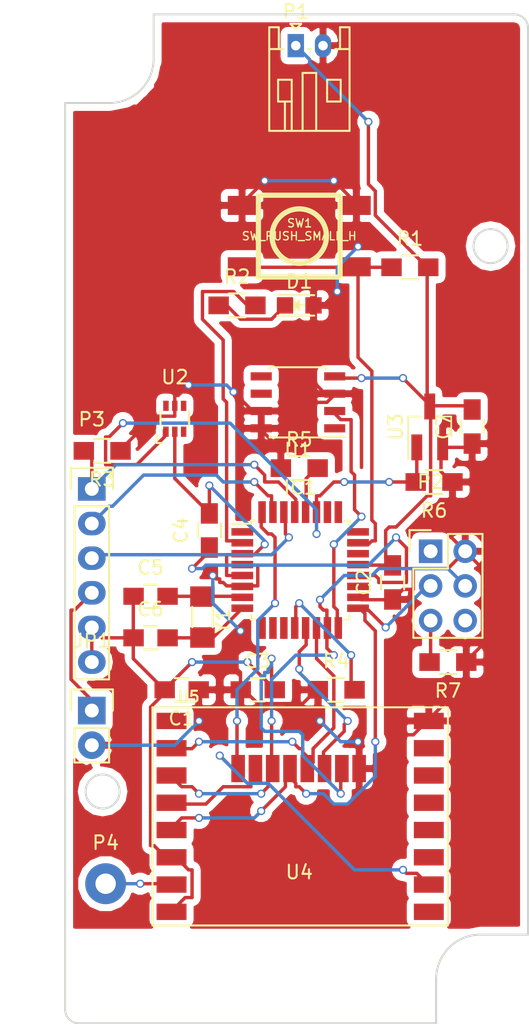
<source format=kicad_pcb>
(kicad_pcb (version 4) (host pcbnew 4.0.4-stable)

  (general
    (links 85)
    (no_connects 9)
    (area 106.172 44.45 145.288 119.888)
    (thickness 1.6)
    (drawings 14)
    (tracks 513)
    (zones 0)
    (modules 28)
    (nets 24)
  )

  (page A4)
  (layers
    (0 F.Cu signal)
    (31 B.Cu signal)
    (32 B.Adhes user)
    (33 F.Adhes user)
    (34 B.Paste user)
    (35 F.Paste user)
    (36 B.SilkS user)
    (37 F.SilkS user)
    (38 B.Mask user)
    (39 F.Mask user)
    (40 Dwgs.User user)
    (41 Cmts.User user)
    (42 Eco1.User user)
    (43 Eco2.User user)
    (44 Edge.Cuts user)
    (45 Margin user)
    (46 B.CrtYd user)
    (47 F.CrtYd user)
    (48 B.Fab user)
    (49 F.Fab user)
  )

  (setup
    (last_trace_width 0.25)
    (trace_clearance 0.2)
    (zone_clearance 0.508)
    (zone_45_only yes)
    (trace_min 0.2)
    (segment_width 0.2)
    (edge_width 0.15)
    (via_size 0.6)
    (via_drill 0.4)
    (via_min_size 0.4)
    (via_min_drill 0.3)
    (uvia_size 0.3)
    (uvia_drill 0.1)
    (uvias_allowed no)
    (uvia_min_size 0.2)
    (uvia_min_drill 0.1)
    (pcb_text_width 0.3)
    (pcb_text_size 1.5 1.5)
    (mod_edge_width 0.15)
    (mod_text_size 1 1)
    (mod_text_width 0.15)
    (pad_size 1.524 1.524)
    (pad_drill 0.762)
    (pad_to_mask_clearance 0.2)
    (aux_axis_origin 0 0)
    (visible_elements FFFFFFFF)
    (pcbplotparams
      (layerselection 0x00030_80000001)
      (usegerberextensions false)
      (excludeedgelayer true)
      (linewidth 0.100000)
      (plotframeref false)
      (viasonmask false)
      (mode 1)
      (useauxorigin false)
      (hpglpennumber 1)
      (hpglpenspeed 20)
      (hpglpendiameter 15)
      (hpglpenoverlay 2)
      (psnegative false)
      (psa4output false)
      (plotreference true)
      (plotvalue true)
      (plotinvisibletext false)
      (padsonsilk false)
      (subtractmaskfromsilk false)
      (outputformat 1)
      (mirror false)
      (drillshape 1)
      (scaleselection 1)
      (outputdirectory ""))
  )

  (net 0 "")
  (net 1 VDD)
  (net 2 GND)
  (net 3 +3V3)
  (net 4 /SCK)
  (net 5 /MOSI)
  (net 6 /MISO)
  (net 7 /RESET)
  (net 8 /FLASH_CS)
  (net 9 /SDA)
  (net 10 "Net-(C4-Pad1)")
  (net 11 /SCL)
  (net 12 /RX)
  (net 13 /TX)
  (net 14 /CE)
  (net 15 /CSN)
  (net 16 /DTR)
  (net 17 /IRQ)
  (net 18 "Net-(IC1-Pad2)")
  (net 19 /BTN1)
  (net 20 "Net-(C5-Pad2)")
  (net 21 "Net-(C6-Pad2)")
  (net 22 "Net-(D1-Pad1)")
  (net 23 "Net-(P4-Pad1)")

  (net_class Default "Ceci est la Netclass par défaut"
    (clearance 0.2)
    (trace_width 0.25)
    (via_dia 0.6)
    (via_drill 0.4)
    (uvia_dia 0.3)
    (uvia_drill 0.1)
    (add_net +3V3)
    (add_net /BTN1)
    (add_net /CE)
    (add_net /CSN)
    (add_net /DTR)
    (add_net /FLASH_CS)
    (add_net /IRQ)
    (add_net /MISO)
    (add_net /MOSI)
    (add_net /RESET)
    (add_net /RX)
    (add_net /SCK)
    (add_net /SCL)
    (add_net /SDA)
    (add_net /TX)
    (add_net GND)
    (add_net "Net-(C4-Pad1)")
    (add_net "Net-(C5-Pad2)")
    (add_net "Net-(C6-Pad2)")
    (add_net "Net-(D1-Pad1)")
    (add_net "Net-(IC1-Pad2)")
    (add_net "Net-(P4-Pad1)")
    (add_net VDD)
  )

  (module Capacitors_SMD:C_0805_HandSoldering (layer F.Cu) (tedit 541A9B8D) (tstamp 5849D798)
    (at 119.634 95.25 180)
    (descr "Capacitor SMD 0805, hand soldering")
    (tags "capacitor 0805")
    (path /5835EFE7)
    (attr smd)
    (fp_text reference C1 (at 0 -2.1 180) (layer F.SilkS)
      (effects (font (size 1 1) (thickness 0.15)))
    )
    (fp_text value C_Small (at 0 2.1 180) (layer F.Fab)
      (effects (font (size 1 1) (thickness 0.15)))
    )
    (fp_line (start -1 0.625) (end -1 -0.625) (layer F.Fab) (width 0.15))
    (fp_line (start 1 0.625) (end -1 0.625) (layer F.Fab) (width 0.15))
    (fp_line (start 1 -0.625) (end 1 0.625) (layer F.Fab) (width 0.15))
    (fp_line (start -1 -0.625) (end 1 -0.625) (layer F.Fab) (width 0.15))
    (fp_line (start -2.3 -1) (end 2.3 -1) (layer F.CrtYd) (width 0.05))
    (fp_line (start -2.3 1) (end 2.3 1) (layer F.CrtYd) (width 0.05))
    (fp_line (start -2.3 -1) (end -2.3 1) (layer F.CrtYd) (width 0.05))
    (fp_line (start 2.3 -1) (end 2.3 1) (layer F.CrtYd) (width 0.05))
    (fp_line (start 0.5 -0.85) (end -0.5 -0.85) (layer F.SilkS) (width 0.15))
    (fp_line (start -0.5 0.85) (end 0.5 0.85) (layer F.SilkS) (width 0.15))
    (pad 1 smd rect (at -1.25 0 180) (size 1.5 1.25) (layers F.Cu F.Paste F.Mask)
      (net 3 +3V3))
    (pad 2 smd rect (at 1.25 0 180) (size 1.5 1.25) (layers F.Cu F.Paste F.Mask)
      (net 2 GND))
    (model Capacitors_SMD.3dshapes/C_0805_HandSoldering.wrl
      (at (xyz 0 0 0))
      (scale (xyz 1 1 1))
      (rotate (xyz 0 0 0))
    )
  )

  (module Capacitors_SMD:C_0805_HandSoldering (layer F.Cu) (tedit 541A9B8D) (tstamp 5849D79E)
    (at 135.128 87.376 90)
    (descr "Capacitor SMD 0805, hand soldering")
    (tags "capacitor 0805")
    (path /58362444)
    (attr smd)
    (fp_text reference C2 (at 0 -2.1 90) (layer F.SilkS)
      (effects (font (size 1 1) (thickness 0.15)))
    )
    (fp_text value 100uF (at 0 2.1 90) (layer F.Fab)
      (effects (font (size 1 1) (thickness 0.15)))
    )
    (fp_line (start -1 0.625) (end -1 -0.625) (layer F.Fab) (width 0.15))
    (fp_line (start 1 0.625) (end -1 0.625) (layer F.Fab) (width 0.15))
    (fp_line (start 1 -0.625) (end 1 0.625) (layer F.Fab) (width 0.15))
    (fp_line (start -1 -0.625) (end 1 -0.625) (layer F.Fab) (width 0.15))
    (fp_line (start -2.3 -1) (end 2.3 -1) (layer F.CrtYd) (width 0.05))
    (fp_line (start -2.3 1) (end 2.3 1) (layer F.CrtYd) (width 0.05))
    (fp_line (start -2.3 -1) (end -2.3 1) (layer F.CrtYd) (width 0.05))
    (fp_line (start 2.3 -1) (end 2.3 1) (layer F.CrtYd) (width 0.05))
    (fp_line (start 0.5 -0.85) (end -0.5 -0.85) (layer F.SilkS) (width 0.15))
    (fp_line (start -0.5 0.85) (end 0.5 0.85) (layer F.SilkS) (width 0.15))
    (pad 1 smd rect (at -1.25 0 90) (size 1.5 1.25) (layers F.Cu F.Paste F.Mask)
      (net 3 +3V3))
    (pad 2 smd rect (at 1.25 0 90) (size 1.5 1.25) (layers F.Cu F.Paste F.Mask)
      (net 2 GND))
    (model Capacitors_SMD.3dshapes/C_0805_HandSoldering.wrl
      (at (xyz 0 0 0))
      (scale (xyz 1 1 1))
      (rotate (xyz 0 0 0))
    )
  )

  (module Capacitors_SMD:C_0805_HandSoldering (layer F.Cu) (tedit 541A9B8D) (tstamp 5849D7A4)
    (at 125.222 95.25)
    (descr "Capacitor SMD 0805, hand soldering")
    (tags "capacitor 0805")
    (path /5835EFB6)
    (attr smd)
    (fp_text reference C3 (at 0 -2.1) (layer F.SilkS)
      (effects (font (size 1 1) (thickness 0.15)))
    )
    (fp_text value C_Small (at 0 2.1) (layer F.Fab)
      (effects (font (size 1 1) (thickness 0.15)))
    )
    (fp_line (start -1 0.625) (end -1 -0.625) (layer F.Fab) (width 0.15))
    (fp_line (start 1 0.625) (end -1 0.625) (layer F.Fab) (width 0.15))
    (fp_line (start 1 -0.625) (end 1 0.625) (layer F.Fab) (width 0.15))
    (fp_line (start -1 -0.625) (end 1 -0.625) (layer F.Fab) (width 0.15))
    (fp_line (start -2.3 -1) (end 2.3 -1) (layer F.CrtYd) (width 0.05))
    (fp_line (start -2.3 1) (end 2.3 1) (layer F.CrtYd) (width 0.05))
    (fp_line (start -2.3 -1) (end -2.3 1) (layer F.CrtYd) (width 0.05))
    (fp_line (start 2.3 -1) (end 2.3 1) (layer F.CrtYd) (width 0.05))
    (fp_line (start 0.5 -0.85) (end -0.5 -0.85) (layer F.SilkS) (width 0.15))
    (fp_line (start -0.5 0.85) (end 0.5 0.85) (layer F.SilkS) (width 0.15))
    (pad 1 smd rect (at -1.25 0) (size 1.5 1.25) (layers F.Cu F.Paste F.Mask)
      (net 3 +3V3))
    (pad 2 smd rect (at 1.25 0) (size 1.5 1.25) (layers F.Cu F.Paste F.Mask)
      (net 2 GND))
    (model Capacitors_SMD.3dshapes/C_0805_HandSoldering.wrl
      (at (xyz 0 0 0))
      (scale (xyz 1 1 1))
      (rotate (xyz 0 0 0))
    )
  )

  (module Capacitors_SMD:C_0805_HandSoldering (layer F.Cu) (tedit 541A9B8D) (tstamp 5849D7AA)
    (at 121.666 83.566 90)
    (descr "Capacitor SMD 0805, hand soldering")
    (tags "capacitor 0805")
    (path /5835EE5E)
    (attr smd)
    (fp_text reference C4 (at 0 -2.1 90) (layer F.SilkS)
      (effects (font (size 1 1) (thickness 0.15)))
    )
    (fp_text value C_Small (at 0 2.1 90) (layer F.Fab)
      (effects (font (size 1 1) (thickness 0.15)))
    )
    (fp_line (start -1 0.625) (end -1 -0.625) (layer F.Fab) (width 0.15))
    (fp_line (start 1 0.625) (end -1 0.625) (layer F.Fab) (width 0.15))
    (fp_line (start 1 -0.625) (end 1 0.625) (layer F.Fab) (width 0.15))
    (fp_line (start -1 -0.625) (end 1 -0.625) (layer F.Fab) (width 0.15))
    (fp_line (start -2.3 -1) (end 2.3 -1) (layer F.CrtYd) (width 0.05))
    (fp_line (start -2.3 1) (end 2.3 1) (layer F.CrtYd) (width 0.05))
    (fp_line (start -2.3 -1) (end -2.3 1) (layer F.CrtYd) (width 0.05))
    (fp_line (start 2.3 -1) (end 2.3 1) (layer F.CrtYd) (width 0.05))
    (fp_line (start 0.5 -0.85) (end -0.5 -0.85) (layer F.SilkS) (width 0.15))
    (fp_line (start -0.5 0.85) (end 0.5 0.85) (layer F.SilkS) (width 0.15))
    (pad 1 smd rect (at -1.25 0 90) (size 1.5 1.25) (layers F.Cu F.Paste F.Mask)
      (net 10 "Net-(C4-Pad1)"))
    (pad 2 smd rect (at 1.25 0 90) (size 1.5 1.25) (layers F.Cu F.Paste F.Mask)
      (net 2 GND))
    (model Capacitors_SMD.3dshapes/C_0805_HandSoldering.wrl
      (at (xyz 0 0 0))
      (scale (xyz 1 1 1))
      (rotate (xyz 0 0 0))
    )
  )

  (module Capacitors_SMD:C_0805_HandSoldering (layer F.Cu) (tedit 541A9B8D) (tstamp 5849D7B0)
    (at 117.348 88.392)
    (descr "Capacitor SMD 0805, hand soldering")
    (tags "capacitor 0805")
    (path /583724FB)
    (attr smd)
    (fp_text reference C5 (at 0 -2.1) (layer F.SilkS)
      (effects (font (size 1 1) (thickness 0.15)))
    )
    (fp_text value 12pF (at 0 2.1) (layer F.Fab)
      (effects (font (size 1 1) (thickness 0.15)))
    )
    (fp_line (start -1 0.625) (end -1 -0.625) (layer F.Fab) (width 0.15))
    (fp_line (start 1 0.625) (end -1 0.625) (layer F.Fab) (width 0.15))
    (fp_line (start 1 -0.625) (end 1 0.625) (layer F.Fab) (width 0.15))
    (fp_line (start -1 -0.625) (end 1 -0.625) (layer F.Fab) (width 0.15))
    (fp_line (start -2.3 -1) (end 2.3 -1) (layer F.CrtYd) (width 0.05))
    (fp_line (start -2.3 1) (end 2.3 1) (layer F.CrtYd) (width 0.05))
    (fp_line (start -2.3 -1) (end -2.3 1) (layer F.CrtYd) (width 0.05))
    (fp_line (start 2.3 -1) (end 2.3 1) (layer F.CrtYd) (width 0.05))
    (fp_line (start 0.5 -0.85) (end -0.5 -0.85) (layer F.SilkS) (width 0.15))
    (fp_line (start -0.5 0.85) (end 0.5 0.85) (layer F.SilkS) (width 0.15))
    (pad 1 smd rect (at -1.25 0) (size 1.5 1.25) (layers F.Cu F.Paste F.Mask)
      (net 2 GND))
    (pad 2 smd rect (at 1.25 0) (size 1.5 1.25) (layers F.Cu F.Paste F.Mask)
      (net 20 "Net-(C5-Pad2)"))
    (model Capacitors_SMD.3dshapes/C_0805_HandSoldering.wrl
      (at (xyz 0 0 0))
      (scale (xyz 1 1 1))
      (rotate (xyz 0 0 0))
    )
  )

  (module Capacitors_SMD:C_0805_HandSoldering (layer F.Cu) (tedit 541A9B8D) (tstamp 5849D7B6)
    (at 117.348 91.44)
    (descr "Capacitor SMD 0805, hand soldering")
    (tags "capacitor 0805")
    (path /58372577)
    (attr smd)
    (fp_text reference C6 (at 0 -2.1) (layer F.SilkS)
      (effects (font (size 1 1) (thickness 0.15)))
    )
    (fp_text value 12pF (at 0 2.1) (layer F.Fab)
      (effects (font (size 1 1) (thickness 0.15)))
    )
    (fp_line (start -1 0.625) (end -1 -0.625) (layer F.Fab) (width 0.15))
    (fp_line (start 1 0.625) (end -1 0.625) (layer F.Fab) (width 0.15))
    (fp_line (start 1 -0.625) (end 1 0.625) (layer F.Fab) (width 0.15))
    (fp_line (start -1 -0.625) (end 1 -0.625) (layer F.Fab) (width 0.15))
    (fp_line (start -2.3 -1) (end 2.3 -1) (layer F.CrtYd) (width 0.05))
    (fp_line (start -2.3 1) (end 2.3 1) (layer F.CrtYd) (width 0.05))
    (fp_line (start -2.3 -1) (end -2.3 1) (layer F.CrtYd) (width 0.05))
    (fp_line (start 2.3 -1) (end 2.3 1) (layer F.CrtYd) (width 0.05))
    (fp_line (start 0.5 -0.85) (end -0.5 -0.85) (layer F.SilkS) (width 0.15))
    (fp_line (start -0.5 0.85) (end 0.5 0.85) (layer F.SilkS) (width 0.15))
    (pad 1 smd rect (at -1.25 0) (size 1.5 1.25) (layers F.Cu F.Paste F.Mask)
      (net 2 GND))
    (pad 2 smd rect (at 1.25 0) (size 1.5 1.25) (layers F.Cu F.Paste F.Mask)
      (net 21 "Net-(C6-Pad2)"))
    (model Capacitors_SMD.3dshapes/C_0805_HandSoldering.wrl
      (at (xyz 0 0 0))
      (scale (xyz 1 1 1))
      (rotate (xyz 0 0 0))
    )
  )

  (module Capacitors_SMD:C_0805_HandSoldering (layer F.Cu) (tedit 541A9B8D) (tstamp 5849D7BC)
    (at 140.97 75.946 90)
    (descr "Capacitor SMD 0805, hand soldering")
    (tags "capacitor 0805")
    (path /5842E356)
    (attr smd)
    (fp_text reference C7 (at 0 -2.1 90) (layer F.SilkS)
      (effects (font (size 1 1) (thickness 0.15)))
    )
    (fp_text value 4u7 (at 0 2.1 90) (layer F.Fab)
      (effects (font (size 1 1) (thickness 0.15)))
    )
    (fp_line (start -1 0.625) (end -1 -0.625) (layer F.Fab) (width 0.15))
    (fp_line (start 1 0.625) (end -1 0.625) (layer F.Fab) (width 0.15))
    (fp_line (start 1 -0.625) (end 1 0.625) (layer F.Fab) (width 0.15))
    (fp_line (start -1 -0.625) (end 1 -0.625) (layer F.Fab) (width 0.15))
    (fp_line (start -2.3 -1) (end 2.3 -1) (layer F.CrtYd) (width 0.05))
    (fp_line (start -2.3 1) (end 2.3 1) (layer F.CrtYd) (width 0.05))
    (fp_line (start -2.3 -1) (end -2.3 1) (layer F.CrtYd) (width 0.05))
    (fp_line (start 2.3 -1) (end 2.3 1) (layer F.CrtYd) (width 0.05))
    (fp_line (start 0.5 -0.85) (end -0.5 -0.85) (layer F.SilkS) (width 0.15))
    (fp_line (start -0.5 0.85) (end 0.5 0.85) (layer F.SilkS) (width 0.15))
    (pad 1 smd rect (at -1.25 0 90) (size 1.5 1.25) (layers F.Cu F.Paste F.Mask)
      (net 3 +3V3))
    (pad 2 smd rect (at 1.25 0 90) (size 1.5 1.25) (layers F.Cu F.Paste F.Mask)
      (net 2 GND))
    (model Capacitors_SMD.3dshapes/C_0805_HandSoldering.wrl
      (at (xyz 0 0 0))
      (scale (xyz 1 1 1))
      (rotate (xyz 0 0 0))
    )
  )

  (module LEDs:LED_0805 (layer F.Cu) (tedit 55BDE1C2) (tstamp 5849D7C2)
    (at 128.27 67.056)
    (descr "LED 0805 smd package")
    (tags "LED 0805 SMD")
    (path /583F99F0)
    (attr smd)
    (fp_text reference D1 (at 0 -1.75) (layer F.SilkS)
      (effects (font (size 1 1) (thickness 0.15)))
    )
    (fp_text value LED (at 0 1.75) (layer F.Fab)
      (effects (font (size 1 1) (thickness 0.15)))
    )
    (fp_line (start -0.4 -0.3) (end -0.4 0.3) (layer F.Fab) (width 0.15))
    (fp_line (start -0.3 0) (end 0 -0.3) (layer F.Fab) (width 0.15))
    (fp_line (start 0 0.3) (end -0.3 0) (layer F.Fab) (width 0.15))
    (fp_line (start 0 -0.3) (end 0 0.3) (layer F.Fab) (width 0.15))
    (fp_line (start 1 -0.6) (end -1 -0.6) (layer F.Fab) (width 0.15))
    (fp_line (start 1 0.6) (end 1 -0.6) (layer F.Fab) (width 0.15))
    (fp_line (start -1 0.6) (end 1 0.6) (layer F.Fab) (width 0.15))
    (fp_line (start -1 -0.6) (end -1 0.6) (layer F.Fab) (width 0.15))
    (fp_line (start -1.6 0.75) (end 1.1 0.75) (layer F.SilkS) (width 0.15))
    (fp_line (start -1.6 -0.75) (end 1.1 -0.75) (layer F.SilkS) (width 0.15))
    (fp_line (start -0.1 0.15) (end -0.1 -0.1) (layer F.SilkS) (width 0.15))
    (fp_line (start -0.1 -0.1) (end -0.25 0.05) (layer F.SilkS) (width 0.15))
    (fp_line (start -0.35 -0.35) (end -0.35 0.35) (layer F.SilkS) (width 0.15))
    (fp_line (start 0 0) (end 0.35 0) (layer F.SilkS) (width 0.15))
    (fp_line (start -0.35 0) (end 0 -0.35) (layer F.SilkS) (width 0.15))
    (fp_line (start 0 -0.35) (end 0 0.35) (layer F.SilkS) (width 0.15))
    (fp_line (start 0 0.35) (end -0.35 0) (layer F.SilkS) (width 0.15))
    (fp_line (start 1.9 -0.95) (end 1.9 0.95) (layer F.CrtYd) (width 0.05))
    (fp_line (start 1.9 0.95) (end -1.9 0.95) (layer F.CrtYd) (width 0.05))
    (fp_line (start -1.9 0.95) (end -1.9 -0.95) (layer F.CrtYd) (width 0.05))
    (fp_line (start -1.9 -0.95) (end 1.9 -0.95) (layer F.CrtYd) (width 0.05))
    (pad 2 smd rect (at 1.04902 0 180) (size 1.19888 1.19888) (layers F.Cu F.Paste F.Mask)
      (net 3 +3V3))
    (pad 1 smd rect (at -1.04902 0 180) (size 1.19888 1.19888) (layers F.Cu F.Paste F.Mask)
      (net 22 "Net-(D1-Pad1)"))
    (model LEDs.3dshapes/LED_0805.wrl
      (at (xyz 0 0 0))
      (scale (xyz 1 1 1))
      (rotate (xyz 0 0 0))
    )
  )

  (module Housings_QFP:TQFP-32_7x7mm_Pitch0.8mm (layer F.Cu) (tedit 54130A77) (tstamp 5849D7E6)
    (at 128.338 86.468)
    (descr "32-Lead Plastic Thin Quad Flatpack (PT) - 7x7x1.0 mm Body, 2.00 mm [TQFP] (see Microchip Packaging Specification 00000049BS.pdf)")
    (tags "QFP 0.8")
    (path /58329589)
    (attr smd)
    (fp_text reference IC1 (at 0 -6.05) (layer F.SilkS)
      (effects (font (size 1 1) (thickness 0.15)))
    )
    (fp_text value ATMEGA328P-A (at 0 6.05) (layer F.Fab)
      (effects (font (size 1 1) (thickness 0.15)))
    )
    (fp_text user %R (at 0 0) (layer F.Fab)
      (effects (font (size 1 1) (thickness 0.15)))
    )
    (fp_line (start -2.5 -3.5) (end 3.5 -3.5) (layer F.Fab) (width 0.15))
    (fp_line (start 3.5 -3.5) (end 3.5 3.5) (layer F.Fab) (width 0.15))
    (fp_line (start 3.5 3.5) (end -3.5 3.5) (layer F.Fab) (width 0.15))
    (fp_line (start -3.5 3.5) (end -3.5 -2.5) (layer F.Fab) (width 0.15))
    (fp_line (start -3.5 -2.5) (end -2.5 -3.5) (layer F.Fab) (width 0.15))
    (fp_line (start -5.3 -5.3) (end -5.3 5.3) (layer F.CrtYd) (width 0.05))
    (fp_line (start 5.3 -5.3) (end 5.3 5.3) (layer F.CrtYd) (width 0.05))
    (fp_line (start -5.3 -5.3) (end 5.3 -5.3) (layer F.CrtYd) (width 0.05))
    (fp_line (start -5.3 5.3) (end 5.3 5.3) (layer F.CrtYd) (width 0.05))
    (fp_line (start -3.625 -3.625) (end -3.625 -3.4) (layer F.SilkS) (width 0.15))
    (fp_line (start 3.625 -3.625) (end 3.625 -3.3) (layer F.SilkS) (width 0.15))
    (fp_line (start 3.625 3.625) (end 3.625 3.3) (layer F.SilkS) (width 0.15))
    (fp_line (start -3.625 3.625) (end -3.625 3.3) (layer F.SilkS) (width 0.15))
    (fp_line (start -3.625 -3.625) (end -3.3 -3.625) (layer F.SilkS) (width 0.15))
    (fp_line (start -3.625 3.625) (end -3.3 3.625) (layer F.SilkS) (width 0.15))
    (fp_line (start 3.625 3.625) (end 3.3 3.625) (layer F.SilkS) (width 0.15))
    (fp_line (start 3.625 -3.625) (end 3.3 -3.625) (layer F.SilkS) (width 0.15))
    (fp_line (start -3.625 -3.4) (end -5.05 -3.4) (layer F.SilkS) (width 0.15))
    (pad 1 smd rect (at -4.25 -2.8) (size 1.6 0.55) (layers F.Cu F.Paste F.Mask))
    (pad 2 smd rect (at -4.25 -2) (size 1.6 0.55) (layers F.Cu F.Paste F.Mask)
      (net 18 "Net-(IC1-Pad2)"))
    (pad 3 smd rect (at -4.25 -1.2) (size 1.6 0.55) (layers F.Cu F.Paste F.Mask)
      (net 2 GND))
    (pad 4 smd rect (at -4.25 -0.4) (size 1.6 0.55) (layers F.Cu F.Paste F.Mask)
      (net 3 +3V3))
    (pad 5 smd rect (at -4.25 0.4) (size 1.6 0.55) (layers F.Cu F.Paste F.Mask)
      (net 2 GND))
    (pad 6 smd rect (at -4.25 1.2) (size 1.6 0.55) (layers F.Cu F.Paste F.Mask)
      (net 3 +3V3))
    (pad 7 smd rect (at -4.25 2) (size 1.6 0.55) (layers F.Cu F.Paste F.Mask)
      (net 20 "Net-(C5-Pad2)"))
    (pad 8 smd rect (at -4.25 2.8) (size 1.6 0.55) (layers F.Cu F.Paste F.Mask)
      (net 21 "Net-(C6-Pad2)"))
    (pad 9 smd rect (at -2.8 4.25 90) (size 1.6 0.55) (layers F.Cu F.Paste F.Mask))
    (pad 10 smd rect (at -2 4.25 90) (size 1.6 0.55) (layers F.Cu F.Paste F.Mask))
    (pad 11 smd rect (at -1.2 4.25 90) (size 1.6 0.55) (layers F.Cu F.Paste F.Mask))
    (pad 12 smd rect (at -0.4 4.25 90) (size 1.6 0.55) (layers F.Cu F.Paste F.Mask)
      (net 8 /FLASH_CS))
    (pad 13 smd rect (at 0.4 4.25 90) (size 1.6 0.55) (layers F.Cu F.Paste F.Mask)
      (net 14 /CE))
    (pad 14 smd rect (at 1.2 4.25 90) (size 1.6 0.55) (layers F.Cu F.Paste F.Mask)
      (net 15 /CSN))
    (pad 15 smd rect (at 2 4.25 90) (size 1.6 0.55) (layers F.Cu F.Paste F.Mask)
      (net 5 /MOSI))
    (pad 16 smd rect (at 2.8 4.25 90) (size 1.6 0.55) (layers F.Cu F.Paste F.Mask)
      (net 6 /MISO))
    (pad 17 smd rect (at 4.25 2.8) (size 1.6 0.55) (layers F.Cu F.Paste F.Mask)
      (net 4 /SCK))
    (pad 18 smd rect (at 4.25 2) (size 1.6 0.55) (layers F.Cu F.Paste F.Mask)
      (net 3 +3V3))
    (pad 19 smd rect (at 4.25 1.2) (size 1.6 0.55) (layers F.Cu F.Paste F.Mask))
    (pad 20 smd rect (at 4.25 0.4) (size 1.6 0.55) (layers F.Cu F.Paste F.Mask)
      (net 10 "Net-(C4-Pad1)"))
    (pad 21 smd rect (at 4.25 -0.4) (size 1.6 0.55) (layers F.Cu F.Paste F.Mask)
      (net 2 GND))
    (pad 22 smd rect (at 4.25 -1.2) (size 1.6 0.55) (layers F.Cu F.Paste F.Mask))
    (pad 23 smd rect (at 4.25 -2) (size 1.6 0.55) (layers F.Cu F.Paste F.Mask)
      (net 19 /BTN1))
    (pad 24 smd rect (at 4.25 -2.8) (size 1.6 0.55) (layers F.Cu F.Paste F.Mask))
    (pad 25 smd rect (at 2.8 -4.25 90) (size 1.6 0.55) (layers F.Cu F.Paste F.Mask))
    (pad 26 smd rect (at 2 -4.25 90) (size 1.6 0.55) (layers F.Cu F.Paste F.Mask))
    (pad 27 smd rect (at 1.2 -4.25 90) (size 1.6 0.55) (layers F.Cu F.Paste F.Mask)
      (net 9 /SDA))
    (pad 28 smd rect (at 0.4 -4.25 90) (size 1.6 0.55) (layers F.Cu F.Paste F.Mask)
      (net 11 /SCL))
    (pad 29 smd rect (at -0.4 -4.25 90) (size 1.6 0.55) (layers F.Cu F.Paste F.Mask)
      (net 16 /DTR))
    (pad 30 smd rect (at -1.2 -4.25 90) (size 1.6 0.55) (layers F.Cu F.Paste F.Mask)
      (net 12 /RX))
    (pad 31 smd rect (at -2 -4.25 90) (size 1.6 0.55) (layers F.Cu F.Paste F.Mask)
      (net 13 /TX))
    (pad 32 smd rect (at -2.8 -4.25 90) (size 1.6 0.55) (layers F.Cu F.Paste F.Mask)
      (net 17 /IRQ))
    (model Housings_QFP.3dshapes/TQFP-32_7x7mm_Pitch0.8mm.wrl
      (at (xyz 0 0 0))
      (scale (xyz 1 1 1))
      (rotate (xyz 0 0 0))
    )
  )

  (module Pin_Headers:Pin_Header_Straight_1x02 (layer F.Cu) (tedit 54EA090C) (tstamp 5849D7EC)
    (at 113.03 96.774)
    (descr "Through hole pin header")
    (tags "pin header")
    (path /583AA29A)
    (fp_text reference JP1 (at 0 -5.1) (layer F.SilkS)
      (effects (font (size 1 1) (thickness 0.15)))
    )
    (fp_text value Jumper_NO_Small (at 0 -3.1) (layer F.Fab)
      (effects (font (size 1 1) (thickness 0.15)))
    )
    (fp_line (start 1.27 1.27) (end 1.27 3.81) (layer F.SilkS) (width 0.15))
    (fp_line (start 1.55 -1.55) (end 1.55 0) (layer F.SilkS) (width 0.15))
    (fp_line (start -1.75 -1.75) (end -1.75 4.3) (layer F.CrtYd) (width 0.05))
    (fp_line (start 1.75 -1.75) (end 1.75 4.3) (layer F.CrtYd) (width 0.05))
    (fp_line (start -1.75 -1.75) (end 1.75 -1.75) (layer F.CrtYd) (width 0.05))
    (fp_line (start -1.75 4.3) (end 1.75 4.3) (layer F.CrtYd) (width 0.05))
    (fp_line (start 1.27 1.27) (end -1.27 1.27) (layer F.SilkS) (width 0.15))
    (fp_line (start -1.55 0) (end -1.55 -1.55) (layer F.SilkS) (width 0.15))
    (fp_line (start -1.55 -1.55) (end 1.55 -1.55) (layer F.SilkS) (width 0.15))
    (fp_line (start -1.27 1.27) (end -1.27 3.81) (layer F.SilkS) (width 0.15))
    (fp_line (start -1.27 3.81) (end 1.27 3.81) (layer F.SilkS) (width 0.15))
    (pad 1 thru_hole rect (at 0 0) (size 2.032 2.032) (drill 1.016) (layers *.Cu *.Mask)
      (net 1 VDD))
    (pad 2 thru_hole oval (at 0 2.54) (size 2.032 2.032) (drill 1.016) (layers *.Cu *.Mask)
      (net 3 +3V3))
    (model Pin_Headers.3dshapes/Pin_Header_Straight_1x02.wrl
      (at (xyz 0 -0.05 0))
      (scale (xyz 1 1 1))
      (rotate (xyz 0 0 90))
    )
  )

  (module Connectors_JST:JST_PH_S2B-PH-K_02x2.00mm_Angled (layer F.Cu) (tedit 56B07786) (tstamp 5849D7F2)
    (at 128.016 48.006)
    (descr http://www.jst-mfg.com/product/pdf/eng/ePH.pdf)
    (tags "connector jst ph")
    (path /583DFE45)
    (fp_text reference P1 (at 0 -2.5) (layer F.SilkS)
      (effects (font (size 1 1) (thickness 0.15)))
    )
    (fp_text value BATTERY (at 1 7.5) (layer F.Fab)
      (effects (font (size 1 1) (thickness 0.15)))
    )
    (fp_line (start 0.5 6.25) (end 0.5 2) (layer F.SilkS) (width 0.15))
    (fp_line (start 0.5 2) (end 1.5 2) (layer F.SilkS) (width 0.15))
    (fp_line (start 1.5 2) (end 1.5 6.25) (layer F.SilkS) (width 0.15))
    (fp_line (start -0.9 0.25) (end -1.25 0.25) (layer F.SilkS) (width 0.15))
    (fp_line (start -1.25 0.25) (end -1.25 -1.35) (layer F.SilkS) (width 0.15))
    (fp_line (start -1.25 -1.35) (end -1.95 -1.35) (layer F.SilkS) (width 0.15))
    (fp_line (start -1.95 -1.35) (end -1.95 6.25) (layer F.SilkS) (width 0.15))
    (fp_line (start -1.95 6.25) (end 3.95 6.25) (layer F.SilkS) (width 0.15))
    (fp_line (start 3.95 6.25) (end 3.95 -1.35) (layer F.SilkS) (width 0.15))
    (fp_line (start 3.95 -1.35) (end 3.25 -1.35) (layer F.SilkS) (width 0.15))
    (fp_line (start 3.25 -1.35) (end 3.25 0.25) (layer F.SilkS) (width 0.15))
    (fp_line (start 3.25 0.25) (end 2.9 0.25) (layer F.SilkS) (width 0.15))
    (fp_line (start 0 -1.2) (end -0.4 -1.6) (layer F.SilkS) (width 0.15))
    (fp_line (start -0.4 -1.6) (end 0.4 -1.6) (layer F.SilkS) (width 0.15))
    (fp_line (start 0.4 -1.6) (end 0 -1.2) (layer F.SilkS) (width 0.15))
    (fp_line (start -1.95 0.25) (end -1.25 0.25) (layer F.SilkS) (width 0.15))
    (fp_line (start 3.95 0.25) (end 3.25 0.25) (layer F.SilkS) (width 0.15))
    (fp_line (start -1.3 2.5) (end -1.3 4.1) (layer F.SilkS) (width 0.15))
    (fp_line (start -1.3 4.1) (end -0.3 4.1) (layer F.SilkS) (width 0.15))
    (fp_line (start -0.3 4.1) (end -0.3 2.5) (layer F.SilkS) (width 0.15))
    (fp_line (start -0.3 2.5) (end -1.3 2.5) (layer F.SilkS) (width 0.15))
    (fp_line (start 3.3 2.5) (end 3.3 4.1) (layer F.SilkS) (width 0.15))
    (fp_line (start 3.3 4.1) (end 2.3 4.1) (layer F.SilkS) (width 0.15))
    (fp_line (start 2.3 4.1) (end 2.3 2.5) (layer F.SilkS) (width 0.15))
    (fp_line (start 2.3 2.5) (end 3.3 2.5) (layer F.SilkS) (width 0.15))
    (fp_line (start -0.3 4.1) (end -0.3 6.25) (layer F.SilkS) (width 0.15))
    (fp_line (start -0.8 4.1) (end -0.8 6.25) (layer F.SilkS) (width 0.15))
    (fp_line (start 0.9 0.25) (end 1.1 0.25) (layer F.SilkS) (width 0.15))
    (fp_line (start -2.45 6.75) (end -2.45 -1.85) (layer F.CrtYd) (width 0.05))
    (fp_line (start -2.45 -1.85) (end 4.45 -1.85) (layer F.CrtYd) (width 0.05))
    (fp_line (start 4.45 -1.85) (end 4.45 6.75) (layer F.CrtYd) (width 0.05))
    (fp_line (start 4.45 6.75) (end -2.45 6.75) (layer F.CrtYd) (width 0.05))
    (pad 1 thru_hole rect (at 0 0) (size 1.2 1.7) (drill 0.7) (layers *.Cu *.Mask)
      (net 2 GND))
    (pad 2 thru_hole oval (at 2 0) (size 1.2 1.7) (drill 0.7) (layers *.Cu *.Mask)
      (net 3 +3V3))
  )

  (module Pin_Headers:Pin_Header_Straight_2x03 (layer F.Cu) (tedit 54EA0A4B) (tstamp 5849D7FC)
    (at 137.922 85.09)
    (descr "Through hole pin header")
    (tags "pin header")
    (path /58360236)
    (fp_text reference P2 (at 0 -5.1) (layer F.SilkS)
      (effects (font (size 1 1) (thickness 0.15)))
    )
    (fp_text value CONN_02X03 (at 0 -3.1) (layer F.Fab)
      (effects (font (size 1 1) (thickness 0.15)))
    )
    (fp_line (start -1.27 1.27) (end -1.27 6.35) (layer F.SilkS) (width 0.15))
    (fp_line (start -1.55 -1.55) (end 0 -1.55) (layer F.SilkS) (width 0.15))
    (fp_line (start -1.75 -1.75) (end -1.75 6.85) (layer F.CrtYd) (width 0.05))
    (fp_line (start 4.3 -1.75) (end 4.3 6.85) (layer F.CrtYd) (width 0.05))
    (fp_line (start -1.75 -1.75) (end 4.3 -1.75) (layer F.CrtYd) (width 0.05))
    (fp_line (start -1.75 6.85) (end 4.3 6.85) (layer F.CrtYd) (width 0.05))
    (fp_line (start 1.27 -1.27) (end 1.27 1.27) (layer F.SilkS) (width 0.15))
    (fp_line (start 1.27 1.27) (end -1.27 1.27) (layer F.SilkS) (width 0.15))
    (fp_line (start -1.27 6.35) (end 3.81 6.35) (layer F.SilkS) (width 0.15))
    (fp_line (start 3.81 6.35) (end 3.81 1.27) (layer F.SilkS) (width 0.15))
    (fp_line (start -1.55 -1.55) (end -1.55 0) (layer F.SilkS) (width 0.15))
    (fp_line (start 3.81 -1.27) (end 1.27 -1.27) (layer F.SilkS) (width 0.15))
    (fp_line (start 3.81 1.27) (end 3.81 -1.27) (layer F.SilkS) (width 0.15))
    (pad 1 thru_hole rect (at 0 0) (size 1.7272 1.7272) (drill 1.016) (layers *.Cu *.Mask)
      (net 6 /MISO))
    (pad 2 thru_hole oval (at 2.54 0) (size 1.7272 1.7272) (drill 1.016) (layers *.Cu *.Mask)
      (net 3 +3V3))
    (pad 3 thru_hole oval (at 0 2.54) (size 1.7272 1.7272) (drill 1.016) (layers *.Cu *.Mask)
      (net 4 /SCK))
    (pad 4 thru_hole oval (at 2.54 2.54) (size 1.7272 1.7272) (drill 1.016) (layers *.Cu *.Mask)
      (net 5 /MOSI))
    (pad 5 thru_hole oval (at 0 5.08) (size 1.7272 1.7272) (drill 1.016) (layers *.Cu *.Mask)
      (net 7 /RESET))
    (pad 6 thru_hole oval (at 2.54 5.08) (size 1.7272 1.7272) (drill 1.016) (layers *.Cu *.Mask)
      (net 2 GND))
    (model Pin_Headers.3dshapes/Pin_Header_Straight_2x03.wrl
      (at (xyz 0.05 -0.1 0))
      (scale (xyz 1 1 1))
      (rotate (xyz 0 0 90))
    )
  )

  (module Pin_Headers:Pin_Header_Straight_1x06 (layer F.Cu) (tedit 0) (tstamp 5849D806)
    (at 113.03 80.518)
    (descr "Through hole pin header")
    (tags "pin header")
    (path /58361147)
    (fp_text reference P3 (at 0 -5.1) (layer F.SilkS)
      (effects (font (size 1 1) (thickness 0.15)))
    )
    (fp_text value SERIAL/DEBUG (at 0 -3.1) (layer F.Fab)
      (effects (font (size 1 1) (thickness 0.15)))
    )
    (fp_line (start -1.75 -1.75) (end -1.75 14.45) (layer F.CrtYd) (width 0.05))
    (fp_line (start 1.75 -1.75) (end 1.75 14.45) (layer F.CrtYd) (width 0.05))
    (fp_line (start -1.75 -1.75) (end 1.75 -1.75) (layer F.CrtYd) (width 0.05))
    (fp_line (start -1.75 14.45) (end 1.75 14.45) (layer F.CrtYd) (width 0.05))
    (fp_line (start 1.27 1.27) (end 1.27 13.97) (layer F.SilkS) (width 0.15))
    (fp_line (start 1.27 13.97) (end -1.27 13.97) (layer F.SilkS) (width 0.15))
    (fp_line (start -1.27 13.97) (end -1.27 1.27) (layer F.SilkS) (width 0.15))
    (fp_line (start 1.55 -1.55) (end 1.55 0) (layer F.SilkS) (width 0.15))
    (fp_line (start 1.27 1.27) (end -1.27 1.27) (layer F.SilkS) (width 0.15))
    (fp_line (start -1.55 0) (end -1.55 -1.55) (layer F.SilkS) (width 0.15))
    (fp_line (start -1.55 -1.55) (end 1.55 -1.55) (layer F.SilkS) (width 0.15))
    (pad 1 thru_hole rect (at 0 0) (size 2.032 1.7272) (drill 1.016) (layers *.Cu *.Mask)
      (net 16 /DTR))
    (pad 2 thru_hole oval (at 0 2.54) (size 2.032 1.7272) (drill 1.016) (layers *.Cu *.Mask)
      (net 13 /TX))
    (pad 3 thru_hole oval (at 0 5.08) (size 2.032 1.7272) (drill 1.016) (layers *.Cu *.Mask)
      (net 12 /RX))
    (pad 4 thru_hole oval (at 0 7.62) (size 2.032 1.7272) (drill 1.016) (layers *.Cu *.Mask)
      (net 1 VDD))
    (pad 5 thru_hole oval (at 0 10.16) (size 2.032 1.7272) (drill 1.016) (layers *.Cu *.Mask)
      (net 2 GND))
    (pad 6 thru_hole oval (at 0 12.7) (size 2.032 1.7272) (drill 1.016) (layers *.Cu *.Mask)
      (net 2 GND))
    (model Pin_Headers.3dshapes/Pin_Header_Straight_1x06.wrl
      (at (xyz 0 -0.25 0))
      (scale (xyz 1 1 1))
      (rotate (xyz 0 0 90))
    )
  )

  (module Measurement_Points:Measurement_Point_Round-TH_Big (layer F.Cu) (tedit 56C35F03) (tstamp 5849D80B)
    (at 114.046 109.474)
    (descr "Mesurement Point, Round, Trough Hole,  DM 3mm, Drill 1.5mm,")
    (tags "Mesurement Point Round Trough Hole 3mm 1.5mm")
    (path /583E270E)
    (attr virtual)
    (fp_text reference P4 (at 0 -3) (layer F.SilkS)
      (effects (font (size 1 1) (thickness 0.15)))
    )
    (fp_text value ANTENNA (at 0 3) (layer F.Fab)
      (effects (font (size 1 1) (thickness 0.15)))
    )
    (fp_circle (center 0 0) (end 1.75 0) (layer F.CrtYd) (width 0.05))
    (pad 1 thru_hole circle (at 0 0) (size 3 3) (drill 1.5) (layers *.Cu *.Mask)
      (net 23 "Net-(P4-Pad1)"))
  )

  (module Resistors_SMD:R_0805_HandSoldering (layer F.Cu) (tedit 58307B90) (tstamp 5849D811)
    (at 136.398 64.262)
    (descr "Resistor SMD 0805, hand soldering")
    (tags "resistor 0805")
    (path /583F848D)
    (attr smd)
    (fp_text reference R1 (at 0 -2.1) (layer F.SilkS)
      (effects (font (size 1 1) (thickness 0.15)))
    )
    (fp_text value 10k (at 0 2.1) (layer F.Fab)
      (effects (font (size 1 1) (thickness 0.15)))
    )
    (fp_line (start -1 0.625) (end -1 -0.625) (layer F.Fab) (width 0.1))
    (fp_line (start 1 0.625) (end -1 0.625) (layer F.Fab) (width 0.1))
    (fp_line (start 1 -0.625) (end 1 0.625) (layer F.Fab) (width 0.1))
    (fp_line (start -1 -0.625) (end 1 -0.625) (layer F.Fab) (width 0.1))
    (fp_line (start -2.4 -1) (end 2.4 -1) (layer F.CrtYd) (width 0.05))
    (fp_line (start -2.4 1) (end 2.4 1) (layer F.CrtYd) (width 0.05))
    (fp_line (start -2.4 -1) (end -2.4 1) (layer F.CrtYd) (width 0.05))
    (fp_line (start 2.4 -1) (end 2.4 1) (layer F.CrtYd) (width 0.05))
    (fp_line (start 0.6 0.875) (end -0.6 0.875) (layer F.SilkS) (width 0.15))
    (fp_line (start -0.6 -0.875) (end 0.6 -0.875) (layer F.SilkS) (width 0.15))
    (pad 1 smd rect (at -1.35 0) (size 1.5 1.3) (layers F.Cu F.Paste F.Mask)
      (net 19 /BTN1))
    (pad 2 smd rect (at 1.35 0) (size 1.5 1.3) (layers F.Cu F.Paste F.Mask)
      (net 2 GND))
    (model Resistors_SMD.3dshapes/R_0805_HandSoldering.wrl
      (at (xyz 0 0 0))
      (scale (xyz 1 1 1))
      (rotate (xyz 0 0 0))
    )
  )

  (module Resistors_SMD:R_0805_HandSoldering (layer F.Cu) (tedit 58307B90) (tstamp 5849D817)
    (at 123.698 67.056)
    (descr "Resistor SMD 0805, hand soldering")
    (tags "resistor 0805")
    (path /583F4D20)
    (attr smd)
    (fp_text reference R2 (at 0 -2.1) (layer F.SilkS)
      (effects (font (size 1 1) (thickness 0.15)))
    )
    (fp_text value 160 (at 0 2.1) (layer F.Fab)
      (effects (font (size 1 1) (thickness 0.15)))
    )
    (fp_line (start -1 0.625) (end -1 -0.625) (layer F.Fab) (width 0.1))
    (fp_line (start 1 0.625) (end -1 0.625) (layer F.Fab) (width 0.1))
    (fp_line (start 1 -0.625) (end 1 0.625) (layer F.Fab) (width 0.1))
    (fp_line (start -1 -0.625) (end 1 -0.625) (layer F.Fab) (width 0.1))
    (fp_line (start -2.4 -1) (end 2.4 -1) (layer F.CrtYd) (width 0.05))
    (fp_line (start -2.4 1) (end 2.4 1) (layer F.CrtYd) (width 0.05))
    (fp_line (start -2.4 -1) (end -2.4 1) (layer F.CrtYd) (width 0.05))
    (fp_line (start 2.4 -1) (end 2.4 1) (layer F.CrtYd) (width 0.05))
    (fp_line (start 0.6 0.875) (end -0.6 0.875) (layer F.SilkS) (width 0.15))
    (fp_line (start -0.6 -0.875) (end 0.6 -0.875) (layer F.SilkS) (width 0.15))
    (pad 1 smd rect (at -1.35 0) (size 1.5 1.3) (layers F.Cu F.Paste F.Mask)
      (net 22 "Net-(D1-Pad1)"))
    (pad 2 smd rect (at 1.35 0) (size 1.5 1.3) (layers F.Cu F.Paste F.Mask)
      (net 18 "Net-(IC1-Pad2)"))
    (model Resistors_SMD.3dshapes/R_0805_HandSoldering.wrl
      (at (xyz 0 0 0))
      (scale (xyz 1 1 1))
      (rotate (xyz 0 0 0))
    )
  )

  (module Resistors_SMD:R_0805_HandSoldering (layer F.Cu) (tedit 58307B90) (tstamp 5849D81D)
    (at 113.792 77.724 180)
    (descr "Resistor SMD 0805, hand soldering")
    (tags "resistor 0805")
    (path /583E3A14)
    (attr smd)
    (fp_text reference R3 (at 0 -2.1 180) (layer F.SilkS)
      (effects (font (size 1 1) (thickness 0.15)))
    )
    (fp_text value 10k (at 0 2.1 180) (layer F.Fab)
      (effects (font (size 1 1) (thickness 0.15)))
    )
    (fp_line (start -1 0.625) (end -1 -0.625) (layer F.Fab) (width 0.1))
    (fp_line (start 1 0.625) (end -1 0.625) (layer F.Fab) (width 0.1))
    (fp_line (start 1 -0.625) (end 1 0.625) (layer F.Fab) (width 0.1))
    (fp_line (start -1 -0.625) (end 1 -0.625) (layer F.Fab) (width 0.1))
    (fp_line (start -2.4 -1) (end 2.4 -1) (layer F.CrtYd) (width 0.05))
    (fp_line (start -2.4 1) (end 2.4 1) (layer F.CrtYd) (width 0.05))
    (fp_line (start -2.4 -1) (end -2.4 1) (layer F.CrtYd) (width 0.05))
    (fp_line (start 2.4 -1) (end 2.4 1) (layer F.CrtYd) (width 0.05))
    (fp_line (start 0.6 0.875) (end -0.6 0.875) (layer F.SilkS) (width 0.15))
    (fp_line (start -0.6 -0.875) (end 0.6 -0.875) (layer F.SilkS) (width 0.15))
    (pad 1 smd rect (at -1.35 0 180) (size 1.5 1.3) (layers F.Cu F.Paste F.Mask)
      (net 3 +3V3))
    (pad 2 smd rect (at 1.35 0 180) (size 1.5 1.3) (layers F.Cu F.Paste F.Mask)
      (net 16 /DTR))
    (model Resistors_SMD.3dshapes/R_0805_HandSoldering.wrl
      (at (xyz 0 0 0))
      (scale (xyz 1 1 1))
      (rotate (xyz 0 0 0))
    )
  )

  (module Resistors_SMD:R_0805_HandSoldering (layer F.Cu) (tedit 58307B90) (tstamp 5849D823)
    (at 130.984 95.25)
    (descr "Resistor SMD 0805, hand soldering")
    (tags "resistor 0805")
    (path /583BD483)
    (attr smd)
    (fp_text reference R4 (at 0 -2.1) (layer F.SilkS)
      (effects (font (size 1 1) (thickness 0.15)))
    )
    (fp_text value 4k7 (at 0 2.1) (layer F.Fab)
      (effects (font (size 1 1) (thickness 0.15)))
    )
    (fp_line (start -1 0.625) (end -1 -0.625) (layer F.Fab) (width 0.1))
    (fp_line (start 1 0.625) (end -1 0.625) (layer F.Fab) (width 0.1))
    (fp_line (start 1 -0.625) (end 1 0.625) (layer F.Fab) (width 0.1))
    (fp_line (start -1 -0.625) (end 1 -0.625) (layer F.Fab) (width 0.1))
    (fp_line (start -2.4 -1) (end 2.4 -1) (layer F.CrtYd) (width 0.05))
    (fp_line (start -2.4 1) (end 2.4 1) (layer F.CrtYd) (width 0.05))
    (fp_line (start -2.4 -1) (end -2.4 1) (layer F.CrtYd) (width 0.05))
    (fp_line (start 2.4 -1) (end 2.4 1) (layer F.CrtYd) (width 0.05))
    (fp_line (start 0.6 0.875) (end -0.6 0.875) (layer F.SilkS) (width 0.15))
    (fp_line (start -0.6 -0.875) (end 0.6 -0.875) (layer F.SilkS) (width 0.15))
    (pad 1 smd rect (at -1.35 0) (size 1.5 1.3) (layers F.Cu F.Paste F.Mask)
      (net 3 +3V3))
    (pad 2 smd rect (at 1.35 0) (size 1.5 1.3) (layers F.Cu F.Paste F.Mask)
      (net 8 /FLASH_CS))
    (model Resistors_SMD.3dshapes/R_0805_HandSoldering.wrl
      (at (xyz 0 0 0))
      (scale (xyz 1 1 1))
      (rotate (xyz 0 0 0))
    )
  )

  (module Resistors_SMD:R_0805_HandSoldering (layer F.Cu) (tedit 58307B90) (tstamp 5849D829)
    (at 128.27 78.994)
    (descr "Resistor SMD 0805, hand soldering")
    (tags "resistor 0805")
    (path /583BCCD4)
    (attr smd)
    (fp_text reference R5 (at 0 -2.1) (layer F.SilkS)
      (effects (font (size 1 1) (thickness 0.15)))
    )
    (fp_text value 4k7 (at 0 2.1) (layer F.Fab)
      (effects (font (size 1 1) (thickness 0.15)))
    )
    (fp_line (start -1 0.625) (end -1 -0.625) (layer F.Fab) (width 0.1))
    (fp_line (start 1 0.625) (end -1 0.625) (layer F.Fab) (width 0.1))
    (fp_line (start 1 -0.625) (end 1 0.625) (layer F.Fab) (width 0.1))
    (fp_line (start -1 -0.625) (end 1 -0.625) (layer F.Fab) (width 0.1))
    (fp_line (start -2.4 -1) (end 2.4 -1) (layer F.CrtYd) (width 0.05))
    (fp_line (start -2.4 1) (end 2.4 1) (layer F.CrtYd) (width 0.05))
    (fp_line (start -2.4 -1) (end -2.4 1) (layer F.CrtYd) (width 0.05))
    (fp_line (start 2.4 -1) (end 2.4 1) (layer F.CrtYd) (width 0.05))
    (fp_line (start 0.6 0.875) (end -0.6 0.875) (layer F.SilkS) (width 0.15))
    (fp_line (start -0.6 -0.875) (end 0.6 -0.875) (layer F.SilkS) (width 0.15))
    (pad 1 smd rect (at -1.35 0) (size 1.5 1.3) (layers F.Cu F.Paste F.Mask)
      (net 3 +3V3))
    (pad 2 smd rect (at 1.35 0) (size 1.5 1.3) (layers F.Cu F.Paste F.Mask)
      (net 11 /SCL))
    (model Resistors_SMD.3dshapes/R_0805_HandSoldering.wrl
      (at (xyz 0 0 0))
      (scale (xyz 1 1 1))
      (rotate (xyz 0 0 0))
    )
  )

  (module Resistors_SMD:R_0805_HandSoldering (layer F.Cu) (tedit 58307B90) (tstamp 5849D82F)
    (at 138.176 80.01 180)
    (descr "Resistor SMD 0805, hand soldering")
    (tags "resistor 0805")
    (path /583BCD64)
    (attr smd)
    (fp_text reference R6 (at 0 -2.1 180) (layer F.SilkS)
      (effects (font (size 1 1) (thickness 0.15)))
    )
    (fp_text value 4k7 (at 0 2.1 180) (layer F.Fab)
      (effects (font (size 1 1) (thickness 0.15)))
    )
    (fp_line (start -1 0.625) (end -1 -0.625) (layer F.Fab) (width 0.1))
    (fp_line (start 1 0.625) (end -1 0.625) (layer F.Fab) (width 0.1))
    (fp_line (start 1 -0.625) (end 1 0.625) (layer F.Fab) (width 0.1))
    (fp_line (start -1 -0.625) (end 1 -0.625) (layer F.Fab) (width 0.1))
    (fp_line (start -2.4 -1) (end 2.4 -1) (layer F.CrtYd) (width 0.05))
    (fp_line (start -2.4 1) (end 2.4 1) (layer F.CrtYd) (width 0.05))
    (fp_line (start -2.4 -1) (end -2.4 1) (layer F.CrtYd) (width 0.05))
    (fp_line (start 2.4 -1) (end 2.4 1) (layer F.CrtYd) (width 0.05))
    (fp_line (start 0.6 0.875) (end -0.6 0.875) (layer F.SilkS) (width 0.15))
    (fp_line (start -0.6 -0.875) (end 0.6 -0.875) (layer F.SilkS) (width 0.15))
    (pad 1 smd rect (at -1.35 0 180) (size 1.5 1.3) (layers F.Cu F.Paste F.Mask)
      (net 3 +3V3))
    (pad 2 smd rect (at 1.35 0 180) (size 1.5 1.3) (layers F.Cu F.Paste F.Mask)
      (net 9 /SDA))
    (model Resistors_SMD.3dshapes/R_0805_HandSoldering.wrl
      (at (xyz 0 0 0))
      (scale (xyz 1 1 1))
      (rotate (xyz 0 0 0))
    )
  )

  (module Resistors_SMD:R_0805_HandSoldering (layer F.Cu) (tedit 58307B90) (tstamp 5849D835)
    (at 139.192 93.218 180)
    (descr "Resistor SMD 0805, hand soldering")
    (tags "resistor 0805")
    (path /583BD262)
    (attr smd)
    (fp_text reference R7 (at 0 -2.1 180) (layer F.SilkS)
      (effects (font (size 1 1) (thickness 0.15)))
    )
    (fp_text value 4k7 (at 0 2.1 180) (layer F.Fab)
      (effects (font (size 1 1) (thickness 0.15)))
    )
    (fp_line (start -1 0.625) (end -1 -0.625) (layer F.Fab) (width 0.1))
    (fp_line (start 1 0.625) (end -1 0.625) (layer F.Fab) (width 0.1))
    (fp_line (start 1 -0.625) (end 1 0.625) (layer F.Fab) (width 0.1))
    (fp_line (start -1 -0.625) (end 1 -0.625) (layer F.Fab) (width 0.1))
    (fp_line (start -2.4 -1) (end 2.4 -1) (layer F.CrtYd) (width 0.05))
    (fp_line (start -2.4 1) (end 2.4 1) (layer F.CrtYd) (width 0.05))
    (fp_line (start -2.4 -1) (end -2.4 1) (layer F.CrtYd) (width 0.05))
    (fp_line (start 2.4 -1) (end 2.4 1) (layer F.CrtYd) (width 0.05))
    (fp_line (start 0.6 0.875) (end -0.6 0.875) (layer F.SilkS) (width 0.15))
    (fp_line (start -0.6 -0.875) (end 0.6 -0.875) (layer F.SilkS) (width 0.15))
    (pad 1 smd rect (at -1.35 0 180) (size 1.5 1.3) (layers F.Cu F.Paste F.Mask)
      (net 3 +3V3))
    (pad 2 smd rect (at 1.35 0 180) (size 1.5 1.3) (layers F.Cu F.Paste F.Mask)
      (net 7 /RESET))
    (model Resistors_SMD.3dshapes/R_0805_HandSoldering.wrl
      (at (xyz 0 0 0))
      (scale (xyz 1 1 1))
      (rotate (xyz 0 0 0))
    )
  )

  (module kicad-libraries:SW_06_SMD (layer F.Cu) (tedit 4DBE61B9) (tstamp 5849D83D)
    (at 128.27 61.976)
    (path /583F7DEA)
    (fp_text reference SW1 (at 0.0254 -0.94996) (layer F.SilkS)
      (effects (font (size 0.59944 0.59944) (thickness 0.09906)))
    )
    (fp_text value SW_PUSH_SMALL_H (at 0 0) (layer F.SilkS)
      (effects (font (size 0.59944 0.59944) (thickness 0.09906)))
    )
    (fp_circle (center 0 0) (end 1.99898 0) (layer F.SilkS) (width 0.381))
    (fp_line (start -2.99974 -2.99974) (end 2.99974 -2.99974) (layer F.SilkS) (width 0.381))
    (fp_line (start 2.99974 -2.99974) (end 2.99974 2.99974) (layer F.SilkS) (width 0.381))
    (fp_line (start 2.99974 2.99974) (end -2.99974 2.99974) (layer F.SilkS) (width 0.381))
    (fp_line (start -2.99974 2.99974) (end -2.99974 -2.99974) (layer F.SilkS) (width 0.381))
    (pad 1 smd rect (at -4.20116 -2.25044) (size 2.10058 1.39954) (layers F.Cu F.Paste F.Mask)
      (net 3 +3V3))
    (pad 2 smd rect (at -4.20116 2.25044) (size 2.10058 1.39954) (layers F.Cu F.Paste F.Mask)
      (net 19 /BTN1))
    (pad 2 smd rect (at 4.20116 2.25044) (size 2.10058 1.39954) (layers F.Cu F.Paste F.Mask)
      (net 19 /BTN1))
    (pad 1 smd rect (at 4.20116 -2.25044) (size 2.10058 1.39954) (layers F.Cu F.Paste F.Mask)
      (net 3 +3V3))
  )

  (module Housings_SOIC:SOIC-8_3.9x4.9mm_Pitch1.27mm (layer F.Cu) (tedit 54130A77) (tstamp 5849D849)
    (at 128.176 74.168 180)
    (descr "8-Lead Plastic Small Outline (SN) - Narrow, 3.90 mm Body [SOIC] (see Microchip Packaging Specification 00000049BS.pdf)")
    (tags "SOIC 1.27")
    (path /58329BF2)
    (attr smd)
    (fp_text reference U1 (at 0 -3.5 180) (layer F.SilkS)
      (effects (font (size 1 1) (thickness 0.15)))
    )
    (fp_text value AT25DF512 (at 0 3.5 180) (layer F.Fab)
      (effects (font (size 1 1) (thickness 0.15)))
    )
    (fp_line (start -0.95 -2.45) (end 1.95 -2.45) (layer F.Fab) (width 0.15))
    (fp_line (start 1.95 -2.45) (end 1.95 2.45) (layer F.Fab) (width 0.15))
    (fp_line (start 1.95 2.45) (end -1.95 2.45) (layer F.Fab) (width 0.15))
    (fp_line (start -1.95 2.45) (end -1.95 -1.45) (layer F.Fab) (width 0.15))
    (fp_line (start -1.95 -1.45) (end -0.95 -2.45) (layer F.Fab) (width 0.15))
    (fp_line (start -3.75 -2.75) (end -3.75 2.75) (layer F.CrtYd) (width 0.05))
    (fp_line (start 3.75 -2.75) (end 3.75 2.75) (layer F.CrtYd) (width 0.05))
    (fp_line (start -3.75 -2.75) (end 3.75 -2.75) (layer F.CrtYd) (width 0.05))
    (fp_line (start -3.75 2.75) (end 3.75 2.75) (layer F.CrtYd) (width 0.05))
    (fp_line (start -2.075 -2.575) (end -2.075 -2.525) (layer F.SilkS) (width 0.15))
    (fp_line (start 2.075 -2.575) (end 2.075 -2.43) (layer F.SilkS) (width 0.15))
    (fp_line (start 2.075 2.575) (end 2.075 2.43) (layer F.SilkS) (width 0.15))
    (fp_line (start -2.075 2.575) (end -2.075 2.43) (layer F.SilkS) (width 0.15))
    (fp_line (start -2.075 -2.575) (end 2.075 -2.575) (layer F.SilkS) (width 0.15))
    (fp_line (start -2.075 2.575) (end 2.075 2.575) (layer F.SilkS) (width 0.15))
    (fp_line (start -2.075 -2.525) (end -3.475 -2.525) (layer F.SilkS) (width 0.15))
    (pad 1 smd rect (at -2.7 -1.905 180) (size 1.55 0.6) (layers F.Cu F.Paste F.Mask)
      (net 8 /FLASH_CS))
    (pad 2 smd rect (at -2.7 -0.635 180) (size 1.55 0.6) (layers F.Cu F.Paste F.Mask)
      (net 6 /MISO))
    (pad 3 smd rect (at -2.7 0.635 180) (size 1.55 0.6) (layers F.Cu F.Paste F.Mask)
      (net 3 +3V3))
    (pad 4 smd rect (at -2.7 1.905 180) (size 1.55 0.6) (layers F.Cu F.Paste F.Mask)
      (net 2 GND))
    (pad 5 smd rect (at 2.7 1.905 180) (size 1.55 0.6) (layers F.Cu F.Paste F.Mask)
      (net 5 /MOSI))
    (pad 6 smd rect (at 2.7 0.635 180) (size 1.55 0.6) (layers F.Cu F.Paste F.Mask)
      (net 4 /SCK))
    (pad 7 smd rect (at 2.7 -0.635 180) (size 1.55 0.6) (layers F.Cu F.Paste F.Mask)
      (net 3 +3V3))
    (pad 8 smd rect (at 2.7 -1.905 180) (size 1.55 0.6) (layers F.Cu F.Paste F.Mask)
      (net 3 +3V3))
    (model Housings_SOIC.3dshapes/SOIC-8_3.9x4.9mm_Pitch1.27mm.wrl
      (at (xyz 0 0 0))
      (scale (xyz 1 1 1))
      (rotate (xyz 0 0 0))
    )
  )

  (module TO_SOT_Packages_SMD:SC-70-6 (layer F.Cu) (tedit 56EA2382) (tstamp 5849D853)
    (at 119.126 75.37196)
    (descr SC-70-6,)
    (tags SC-70-6)
    (path /583294A1)
    (attr smd)
    (fp_text reference U2 (at 0.01016 -3.05054) (layer F.SilkS)
      (effects (font (size 1 1) (thickness 0.15)))
    )
    (fp_text value HDC1080 (at 0.04064 4.191) (layer F.Fab)
      (effects (font (size 1 1) (thickness 0.15)))
    )
    (fp_line (start 1.2 -1.6) (end 1.2 1.6) (layer F.CrtYd) (width 0.05))
    (fp_line (start -1.2 -1.6) (end 1.2 -1.6) (layer F.CrtYd) (width 0.05))
    (fp_line (start -1.2 1.6) (end -1.2 -1.6) (layer F.CrtYd) (width 0.05))
    (fp_line (start 1.2 1.6) (end -1.2 1.6) (layer F.CrtYd) (width 0.05))
    (fp_line (start 1.05 0.5) (end 1.05 -0.55) (layer F.SilkS) (width 0.15))
    (fp_line (start -1.05 -0.55) (end -1.05 0.5) (layer F.SilkS) (width 0.15))
    (fp_line (start -1.33096 1.16078) (end -1.33096 1.77038) (layer F.SilkS) (width 0.15))
    (fp_line (start -1.33096 1.77038) (end -0.89916 1.78054) (layer F.SilkS) (width 0.15))
    (pad 1 smd rect (at -0.65024 0.94996) (size 0.39878 0.7493) (layers F.Cu F.Paste F.Mask)
      (net 9 /SDA))
    (pad 2 smd rect (at 0 0.94996) (size 0.39878 0.7493) (layers F.Cu F.Paste F.Mask)
      (net 2 GND))
    (pad 3 smd rect (at 0.65024 0.94996) (size 0.39878 0.7493) (layers F.Cu F.Paste F.Mask))
    (pad 4 smd rect (at 0.65024 -0.94996) (size 0.39878 0.7493) (layers F.Cu F.Paste F.Mask))
    (pad 5 smd rect (at 0 -0.94996) (size 0.39878 0.7493) (layers F.Cu F.Paste F.Mask)
      (net 3 +3V3))
    (pad 6 smd rect (at -0.65024 -0.94996) (size 0.39878 0.7493) (layers F.Cu F.Paste F.Mask)
      (net 11 /SCL))
    (model TO_SOT_Packages_SMD.3dshapes/SC-70-6.wrl
      (at (xyz 0 0 0))
      (scale (xyz 1 1 1))
      (rotate (xyz 0 0 0))
    )
  )

  (module TO_SOT_Packages_SMD:SOT-23_Handsoldering (layer F.Cu) (tedit 583F3954) (tstamp 5849D85A)
    (at 137.856 75.97 90)
    (descr "SOT-23, Handsoldering")
    (tags SOT-23)
    (path /58329A5A)
    (attr smd)
    (fp_text reference U3 (at 0 -2.5 90) (layer F.SilkS)
      (effects (font (size 1 1) (thickness 0.15)))
    )
    (fp_text value ATSHA204A (at 0 2.5 90) (layer F.Fab)
      (effects (font (size 1 1) (thickness 0.15)))
    )
    (fp_line (start 0.76 1.58) (end 0.76 0.65) (layer F.SilkS) (width 0.12))
    (fp_line (start 0.76 -1.58) (end 0.76 -0.65) (layer F.SilkS) (width 0.12))
    (fp_line (start 0.7 -1.52) (end 0.7 1.52) (layer F.Fab) (width 0.15))
    (fp_line (start -0.7 1.52) (end 0.7 1.52) (layer F.Fab) (width 0.15))
    (fp_line (start -2.7 -1.75) (end 2.7 -1.75) (layer F.CrtYd) (width 0.05))
    (fp_line (start 2.7 -1.75) (end 2.7 1.75) (layer F.CrtYd) (width 0.05))
    (fp_line (start 2.7 1.75) (end -2.7 1.75) (layer F.CrtYd) (width 0.05))
    (fp_line (start -2.7 1.75) (end -2.7 -1.75) (layer F.CrtYd) (width 0.05))
    (fp_line (start 0.76 -1.58) (end -2.4 -1.58) (layer F.SilkS) (width 0.12))
    (fp_line (start -0.7 -1.52) (end 0.7 -1.52) (layer F.Fab) (width 0.15))
    (fp_line (start -0.7 -1.52) (end -0.7 1.52) (layer F.Fab) (width 0.15))
    (fp_line (start 0.76 1.58) (end -0.7 1.58) (layer F.SilkS) (width 0.12))
    (pad 1 smd rect (at -1.5 -0.95 90) (size 1.9 0.8) (layers F.Cu F.Paste F.Mask)
      (net 9 /SDA))
    (pad 2 smd rect (at -1.5 0.95 90) (size 1.9 0.8) (layers F.Cu F.Paste F.Mask)
      (net 3 +3V3))
    (pad 3 smd rect (at 1.5 0 90) (size 1.9 0.8) (layers F.Cu F.Paste F.Mask)
      (net 2 GND))
    (model TO_SOT_Packages_SMD.3dshapes/SOT-23.wrl
      (at (xyz 0 0 0))
      (scale (xyz 1 1 1))
      (rotate (xyz 0 0 90))
    )
  )

  (module mysensors_radios:NRF24L01-SMD (layer F.Cu) (tedit 574A9E44) (tstamp 5849D866)
    (at 128.27 109.728 180)
    (path /5842D51E)
    (fp_text reference U4 (at 0 1.1 180) (layer F.SilkS)
      (effects (font (size 1 1) (thickness 0.15)))
    )
    (fp_text value NRF24L01 (at 0 -4.8 180) (layer F.Fab)
      (effects (font (size 1 1) (thickness 0.15)))
    )
    (fp_line (start -6 -2.8) (end 6 -2.8) (layer F.CrtYd) (width 0.15))
    (fp_line (start -6 8.7) (end -6 -9.3) (layer F.CrtYd) (width 0.15))
    (fp_line (start 6 8.7) (end -6 8.7) (layer F.CrtYd) (width 0.15))
    (fp_line (start 6 -9.3) (end 6 8.7) (layer F.CrtYd) (width 0.15))
    (fp_line (start -6 -9.3) (end 6 -9.3) (layer F.CrtYd) (width 0.15))
    (pad 2 smd rect (at -4.4 8.7 180) (size 1 2) (layers F.Cu F.Paste F.Mask)
      (net 3 +3V3))
    (pad 1 smd rect (at -3.13 8.7 180) (size 1 2) (layers F.Cu F.Paste F.Mask)
      (net 2 GND))
    (pad 3 smd rect (at -1.86 8.7 180) (size 1 2) (layers F.Cu F.Paste F.Mask)
      (net 14 /CE))
    (pad 4 smd rect (at -0.59 8.7 180) (size 1 2) (layers F.Cu F.Paste F.Mask)
      (net 15 /CSN))
    (pad 5 smd rect (at 0.68 8.7 180) (size 1 2) (layers F.Cu F.Paste F.Mask)
      (net 4 /SCK))
    (pad 6 smd rect (at 1.95 8.7 180) (size 1 2) (layers F.Cu F.Paste F.Mask)
      (net 5 /MOSI))
    (pad 7 smd rect (at 3.22 8.7 180) (size 1 2) (layers F.Cu F.Paste F.Mask)
      (net 6 /MISO))
    (pad 8 smd rect (at 4.49 8.7 180) (size 1 2) (layers F.Cu F.Paste F.Mask)
      (net 17 /IRQ))
    (model ${MYSLOCAL}/mysensors.3dshapes/mysensors_radios.3dshapes/nrf24smd.wrl
      (at (xyz -5.7625 2.9 0.03))
      (scale (xyz 0.395 0.395 0.395))
      (rotate (xyz 0 0 0))
    )
    (model Housings_DFN_QFN.3dshapes/QFN-20-1EP_5x5mm_Pitch0.65mm.wrl
      (at (xyz 0.0165 -0.109 0.062))
      (scale (xyz 1 1 1))
      (rotate (xyz 0 0 0))
    )
  )

  (module mysensors_radios:RFM69HW_SMD (layer F.Cu) (tedit 558806EF) (tstamp 5849D87A)
    (at 119.888 97.536)
    (descr RFM69HW)
    (tags "RFM69HW, RF69")
    (path /583E079B)
    (fp_text reference U5 (at 0.254 -1.778) (layer F.SilkS)
      (effects (font (size 0.8 0.8) (thickness 0.16)))
    )
    (fp_text value RFM69HW (at 8.382 7.112) (layer F.Fab) hide
      (effects (font (size 0.8 0.8) (thickness 0.16)))
    )
    (fp_line (start -2.4 15) (end -2.4 -1) (layer F.SilkS) (width 0.15))
    (fp_line (start 19.3 15) (end -2.4 15) (layer F.SilkS) (width 0.15))
    (fp_line (start 19.3 -1) (end 19.3 15) (layer F.SilkS) (width 0.15))
    (fp_line (start -2.4 -1) (end 19.3 -1) (layer F.SilkS) (width 0.15))
    (fp_line (start -2.4 15) (end 19.3 15) (layer F.CrtYd) (width 0.15))
    (fp_line (start 19.3 -1) (end 19.3 15) (layer F.CrtYd) (width 0.15))
    (fp_line (start -2.4 -1) (end -2.4 15) (layer F.CrtYd) (width 0.15))
    (fp_line (start -2.4 -1) (end 19.3 -1) (layer F.CrtYd) (width 0.15))
    (fp_line (start 19.3 -1) (end 19.3 15) (layer B.CrtYd) (width 0.15))
    (fp_line (start -2.4 -1) (end -2.4 15) (layer B.CrtYd) (width 0.15))
    (fp_line (start -2.4 15) (end 19.3 15) (layer B.CrtYd) (width 0.15))
    (fp_line (start -2.4 -1) (end 19.3 -1) (layer B.CrtYd) (width 0.15))
    (pad 1 smd rect (at -1 0) (size 2.2 1.2) (layers F.Cu F.Paste F.Mask))
    (pad 2 smd rect (at -1 2) (size 2.2 1.2) (layers F.Cu F.Paste F.Mask)
      (net 15 /CSN))
    (pad 3 smd rect (at -1 4) (size 2.2 1.2) (layers F.Cu F.Paste F.Mask)
      (net 5 /MOSI))
    (pad 4 smd rect (at -1 6) (size 2.2 1.2) (layers F.Cu F.Paste F.Mask)
      (net 6 /MISO))
    (pad 5 smd rect (at -1 8) (size 2.2 1.2) (layers F.Cu F.Paste F.Mask)
      (net 4 /SCK))
    (pad 6 smd rect (at -1 10) (size 2.2 1.2) (layers F.Cu F.Paste F.Mask)
      (net 2 GND))
    (pad 7 smd rect (at -1 12) (size 2.2 1.2) (layers F.Cu F.Paste F.Mask)
      (net 23 "Net-(P4-Pad1)"))
    (pad 8 smd rect (at -1 14) (size 2.2 1.2) (layers F.Cu F.Paste F.Mask)
      (net 2 GND))
    (pad 9 smd rect (at 17.9 14) (size 2.2 1.2) (layers F.Cu F.Paste F.Mask))
    (pad 10 smd rect (at 17.9 12) (size 2.2 1.2) (layers F.Cu F.Paste F.Mask)
      (net 17 /IRQ))
    (pad 11 smd rect (at 17.9 10) (size 2.2 1.2) (layers F.Cu F.Paste F.Mask))
    (pad 12 smd rect (at 17.9 8) (size 2.2 1.2) (layers F.Cu F.Paste F.Mask))
    (pad 13 smd rect (at 17.9 6) (size 2.2 1.2) (layers F.Cu F.Paste F.Mask))
    (pad 14 smd rect (at 17.9 4) (size 2.2 1.2) (layers F.Cu F.Paste F.Mask))
    (pad 15 smd rect (at 17.9 2) (size 2.2 1.2) (layers F.Cu F.Paste F.Mask))
    (pad 16 smd rect (at 17.9 0) (size 2.2 1.2) (layers F.Cu F.Paste F.Mask)
      (net 3 +3V3))
    (model ${MYSLOCAL}/mysensors.3dshapes/mysensors_radios.3dshapes/rfm69hw.wrl
      (at (xyz 0.332 -0.275 0.03))
      (scale (xyz 0.395 0.395 0.395))
      (rotate (xyz 0 0 180))
    )
    (model Crystals.3dshapes/crystal_FA238-TSX3225.wrl
      (at (xyz 0.332 -0.08 0.06))
      (scale (xyz 0.24 0.24 0.24))
      (rotate (xyz 0 0 90))
    )
    (model Housings_DFN_QFN.3dshapes/QFN-28-1EP_5x5mm_Pitch0.5mm.wrl
      (at (xyz 0.204 -0.445 0.06))
      (scale (xyz 1 1 1))
      (rotate (xyz 0 0 0))
    )
  )

  (module mysensors_obscurities:XTAL_3.2x1.5mm (layer F.Cu) (tedit 55B4F766) (tstamp 5849D880)
    (at 121.158 89.916 270)
    (descr "XTAL 3.2 x 1.5mm footprint")
    (tags Xtal)
    (path /5835E96A)
    (fp_text reference Y1 (at 0.3 -1.5 270) (layer F.SilkS)
      (effects (font (size 1 1) (thickness 0.15)))
    )
    (fp_text value 12MHz (at 0 1.8 270) (layer F.Fab)
      (effects (font (size 1 1) (thickness 0.15)))
    )
    (fp_line (start 1.6 0.75) (end 1.6 -0.75) (layer F.CrtYd) (width 0.05))
    (fp_line (start -1.6 -0.75) (end -1.6 0.75) (layer F.CrtYd) (width 0.05))
    (fp_line (start -1.6 0.75) (end 1.6 0.75) (layer F.CrtYd) (width 0.05))
    (fp_line (start -1.6 -0.75) (end 1.6 -0.75) (layer F.CrtYd) (width 0.05))
    (fp_line (start -0.75 -0.75) (end 0.75 -0.75) (layer F.SilkS) (width 0.15))
    (fp_line (start -0.75 0.75) (end 0.75 0.75) (layer F.SilkS) (width 0.15))
    (pad 1 smd rect (at -1.5 0 270) (size 1.5 1.8) (layers F.Cu F.Paste F.Mask)
      (net 20 "Net-(C5-Pad2)"))
    (pad 2 smd rect (at 1.5 0 270) (size 1.5 1.8) (layers F.Cu F.Paste F.Mask)
      (net 21 "Net-(C6-Pad2)"))
    (model ${MYSLOCAL}/mysensors.3dshapes/w.lain.3dshapes/crystal/crystal_smd_5x3.2mm.wrl
      (at (xyz 0 0 0))
      (scale (xyz 0.64 0.5 1))
      (rotate (xyz 0 0 0))
    )
  )

  (gr_line (start 138.3242 119.7102) (end 112.0742 119.7102) (angle 90) (layer Edge.Cuts) (width 0.15))
  (gr_line (start 145.0742 46.7102) (end 145.0742 113.2102) (angle 90) (layer Edge.Cuts) (width 0.15))
  (gr_line (start 117.5742 45.7102) (end 144.0742 45.7102) (angle 90) (layer Edge.Cuts) (width 0.15))
  (gr_line (start 111.0742 118.7102) (end 111.0742 52.2102) (angle 90) (layer Edge.Cuts) (width 0.15))
  (gr_circle (center 113.8242 102.7102) (end 115.0742 102.7102) (layer Edge.Cuts) (width 0.15))
  (gr_circle (center 142.3242 62.7102) (end 143.5742 62.7102) (layer Edge.Cuts) (width 0.15))
  (gr_line (start 114.3242 52.2102) (end 111.0742 52.2102) (angle 90) (layer Edge.Cuts) (width 0.15) (tstamp 584468EC))
  (gr_arc (start 114.3242 48.9602) (end 114.3242 52.2102) (angle -90) (layer Edge.Cuts) (width 0.15) (tstamp 584468E7))
  (gr_line (start 117.5742 45.7102) (end 117.5742 49.2102) (angle 90) (layer Edge.Cuts) (width 0.15) (tstamp 584468E1))
  (gr_arc (start 141.5742 116.4602) (end 138.3242 116.4602) (angle 90) (layer Edge.Cuts) (width 0.15))
  (gr_line (start 138.3242 116.4602) (end 138.3242 119.7102) (angle 90) (layer Edge.Cuts) (width 0.15) (tstamp 584467A5))
  (gr_line (start 145.0742 113.2102) (end 141.5742 113.2102) (angle 90) (layer Edge.Cuts) (width 0.15))
  (gr_arc (start 144.0742 46.7102) (end 144.0742 45.7102) (angle 90) (layer Edge.Cuts) (width 0.15))
  (gr_arc (start 112.0742 118.7102) (end 112.0742 119.7102) (angle 90) (layer Edge.Cuts) (width 0.15))

  (segment (start 113.03 88.138) (end 111.76 89.408) (width 0.25) (layer F.Cu) (net 1) (status 80000))
  (segment (start 111.76 89.408) (end 111.506 89.408) (width 0.25) (layer F.Cu) (net 1) (status 80000))
  (segment (start 111.506 89.408) (end 111.506 94.488) (width 0.25) (layer F.Cu) (net 1) (status 80000))
  (segment (start 111.506 94.488) (end 113.03 96.012) (width 0.25) (layer F.Cu) (net 1) (status 80000))
  (segment (start 113.03 96.012) (end 113.03 96.774) (width 0.25) (layer F.Cu) (net 1) (status 80000))
  (segment (start 137.748 64.262) (end 137.668 64.262) (width 0.25) (layer F.Cu) (net 2) (status 80000))
  (segment (start 137.668 64.262) (end 133.858 60.452) (width 0.25) (layer F.Cu) (net 2) (status 80000))
  (segment (start 133.858 60.452) (end 133.858 58.674) (width 0.25) (layer F.Cu) (net 2) (status 80000))
  (segment (start 133.858 58.674) (end 133.35 58.166) (width 0.25) (layer F.Cu) (net 2) (status 80000))
  (segment (start 133.35 58.166) (end 133.35 53.594) (width 0.25) (layer F.Cu) (net 2) (status 80000))
  (via (at 133.35 53.594) (size 0.6) (layers F.Cu B.Cu) (net 2) (status 80000))
  (segment (start 133.35 53.594) (end 129.032 49.276) (width 0.25) (layer B.Cu) (net 2) (status 80000))
  (segment (start 129.032 49.276) (end 129.032 49.022) (width 0.25) (layer B.Cu) (net 2) (status 80000))
  (segment (start 129.032 49.022) (end 128.016 48.006) (width 0.25) (layer B.Cu) (net 2) (status 80000))
  (segment (start 126.472 95.25) (end 126.492 95.25) (width 0.25) (layer F.Cu) (net 2) (status 80000))
  (segment (start 126.492 95.25) (end 126.238 94.996) (width 0.25) (layer F.Cu) (net 2) (status 80000))
  (segment (start 126.238 94.996) (end 126.238 92.964) (width 0.25) (layer F.Cu) (net 2) (status 80000))
  (via (at 126.238 92.964) (size 0.6) (layers F.Cu B.Cu) (net 2) (status 80000))
  (segment (start 126.238 92.964) (end 126.238 93.472) (width 0.25) (layer B.Cu) (net 2) (status 80000))
  (segment (start 126.238 93.472) (end 125.984 93.726) (width 0.25) (layer B.Cu) (net 2) (status 80000))
  (segment (start 125.984 93.726) (end 125.984 93.98) (width 0.25) (layer B.Cu) (net 2) (status 80000))
  (segment (start 125.984 93.98) (end 125.73 93.98) (width 0.25) (layer B.Cu) (net 2) (status 80000))
  (segment (start 125.73 93.98) (end 125.73 94.234) (width 0.25) (layer B.Cu) (net 2) (status 80000))
  (segment (start 125.73 94.234) (end 125.476 94.234) (width 0.25) (layer B.Cu) (net 2) (status 80000))
  (segment (start 125.476 94.234) (end 125.476 98.044) (width 0.25) (layer B.Cu) (net 2) (status 80000))
  (segment (start 125.476 98.044) (end 125.73 98.298) (width 0.25) (layer B.Cu) (net 2) (status 80000))
  (segment (start 125.73 98.298) (end 128.27 98.298) (width 0.25) (layer B.Cu) (net 2) (status 80000))
  (segment (start 128.27 98.298) (end 128.524 98.552) (width 0.25) (layer B.Cu) (net 2) (status 80000))
  (segment (start 128.524 98.552) (end 128.524 100.076) (width 0.25) (layer B.Cu) (net 2) (status 80000))
  (segment (start 128.524 100.076) (end 131.318 102.87) (width 0.25) (layer B.Cu) (net 2) (status 80000))
  (via (at 131.318 102.87) (size 0.6) (layers F.Cu B.Cu) (net 2) (status 80000))
  (segment (start 131.318 102.87) (end 131.318 101.092) (width 0.25) (layer F.Cu) (net 2) (status 80000))
  (segment (start 131.318 101.092) (end 131.4 101.028) (width 0.25) (layer F.Cu) (net 2) (tstamp 5849E139) (status 80000))
  (segment (start 135.128 86.126) (end 135.128 86.106) (width 0.25) (layer F.Cu) (net 2) (status 80000))
  (segment (start 135.128 86.106) (end 134.62 85.598) (width 0.25) (layer F.Cu) (net 2) (status 80000))
  (segment (start 134.62 85.598) (end 134.62 83.566) (width 0.25) (layer F.Cu) (net 2) (status 80000))
  (segment (start 134.62 83.566) (end 134.874 83.312) (width 0.25) (layer F.Cu) (net 2) (status 80000))
  (segment (start 134.874 83.312) (end 135.382 83.312) (width 0.25) (layer F.Cu) (net 2) (status 80000))
  (segment (start 135.382 83.312) (end 137.668 81.026) (width 0.25) (layer F.Cu) (net 2) (status 80000))
  (segment (start 137.668 81.026) (end 137.922 81.026) (width 0.25) (layer F.Cu) (net 2) (status 80000))
  (segment (start 137.922 81.026) (end 137.922 74.422) (width 0.25) (layer F.Cu) (net 2) (status 80000))
  (segment (start 137.922 74.422) (end 137.856 74.47) (width 0.25) (layer F.Cu) (net 2) (tstamp 5849E133) (status 80000))
  (segment (start 121.666 82.316) (end 121.666 82.296) (width 0.25) (layer F.Cu) (net 2) (status 80000))
  (segment (start 121.666 82.296) (end 119.126 79.756) (width 0.25) (layer F.Cu) (net 2) (status 80000))
  (segment (start 119.126 79.756) (end 119.126 76.32192) (width 0.25) (layer F.Cu) (net 2) (status 80000))
  (segment (start 124.088 85.268) (end 124.206 85.344) (width 0.25) (layer F.Cu) (net 2) (status 80000))
  (segment (start 124.206 85.344) (end 124.968 85.344) (width 0.25) (layer F.Cu) (net 2) (status 80000))
  (segment (start 124.968 85.344) (end 125.73 84.582) (width 0.25) (layer F.Cu) (net 2) (status 80000))
  (via (at 125.73 84.582) (size 0.6) (layers F.Cu B.Cu) (net 2) (status 80000))
  (segment (start 125.73 84.582) (end 125.73 84.328) (width 0.25) (layer B.Cu) (net 2) (status 80000))
  (segment (start 125.73 84.328) (end 121.666 80.264) (width 0.25) (layer B.Cu) (net 2) (status 80000))
  (via (at 121.666 80.264) (size 0.6) (layers F.Cu B.Cu) (net 2) (status 80000))
  (segment (start 121.666 80.264) (end 121.666 82.316) (width 0.25) (layer F.Cu) (net 2) (status 80000))
  (segment (start 137.856 74.47) (end 137.922 74.422) (width 0.25) (layer F.Cu) (net 2) (status 80000))
  (segment (start 137.922 74.422) (end 135.89 72.39) (width 0.25) (layer F.Cu) (net 2) (status 80000))
  (via (at 135.89 72.39) (size 0.6) (layers F.Cu B.Cu) (net 2) (status 80000))
  (segment (start 135.89 72.39) (end 132.842 72.39) (width 0.25) (layer B.Cu) (net 2) (status 80000))
  (via (at 132.842 72.39) (size 0.6) (layers F.Cu B.Cu) (net 2) (status 80000))
  (segment (start 132.842 72.39) (end 130.81 72.39) (width 0.25) (layer F.Cu) (net 2) (status 80000))
  (segment (start 130.81 72.39) (end 130.876 72.263) (width 0.25) (layer F.Cu) (net 2) (tstamp 5849E122) (status 80000))
  (segment (start 118.888 107.536) (end 118.872 107.442) (width 0.25) (layer F.Cu) (net 2) (status 80000))
  (segment (start 118.872 107.442) (end 118.364 107.442) (width 0.25) (layer F.Cu) (net 2) (status 80000))
  (segment (start 118.364 107.442) (end 117.602 106.68) (width 0.25) (layer F.Cu) (net 2) (status 80000))
  (segment (start 117.602 106.68) (end 117.348 106.68) (width 0.25) (layer F.Cu) (net 2) (status 80000))
  (segment (start 117.348 106.68) (end 117.348 96.52) (width 0.25) (layer F.Cu) (net 2) (status 80000))
  (segment (start 117.348 96.52) (end 118.364 95.504) (width 0.25) (layer F.Cu) (net 2) (status 80000))
  (segment (start 118.364 95.504) (end 118.364 95.25) (width 0.25) (layer F.Cu) (net 2) (status 80000))
  (segment (start 118.364 95.25) (end 118.384 95.25) (width 0.25) (layer F.Cu) (net 2) (tstamp 5849E121) (status 80000))
  (segment (start 118.384 95.25) (end 118.364 95.25) (width 0.25) (layer F.Cu) (net 2) (status 80000))
  (segment (start 118.364 95.25) (end 116.078 92.964) (width 0.25) (layer F.Cu) (net 2) (status 80000))
  (segment (start 116.078 92.964) (end 116.078 91.44) (width 0.25) (layer F.Cu) (net 2) (status 80000))
  (segment (start 116.078 91.44) (end 116.098 91.44) (width 0.25) (layer F.Cu) (net 2) (tstamp 5849E11F) (status 80000))
  (segment (start 137.856 74.47) (end 137.922 74.422) (width 0.25) (layer F.Cu) (net 2) (status 80000))
  (segment (start 137.922 74.422) (end 137.668 74.168) (width 0.25) (layer F.Cu) (net 2) (status 80000))
  (segment (start 137.668 74.168) (end 137.668 64.262) (width 0.25) (layer F.Cu) (net 2) (status 80000))
  (segment (start 137.668 64.262) (end 137.748 64.262) (width 0.25) (layer F.Cu) (net 2) (tstamp 5849E11C) (status 80000))
  (segment (start 118.384 95.25) (end 118.364 95.25) (width 0.25) (layer F.Cu) (net 2) (status 80000))
  (segment (start 118.364 95.25) (end 120.396 93.218) (width 0.25) (layer F.Cu) (net 2) (status 80000))
  (via (at 120.396 93.218) (size 0.6) (layers F.Cu B.Cu) (net 2) (status 80000))
  (segment (start 120.396 93.218) (end 124.46 93.218) (width 0.25) (layer B.Cu) (net 2) (status 80000))
  (via (at 124.46 93.218) (size 0.6) (layers F.Cu B.Cu) (net 2) (status 80000))
  (segment (start 124.46 93.218) (end 126.492 95.25) (width 0.25) (layer F.Cu) (net 2) (status 80000))
  (segment (start 126.492 95.25) (end 126.472 95.25) (width 0.25) (layer F.Cu) (net 2) (tstamp 5849E114) (status 80000))
  (segment (start 116.098 91.44) (end 113.792 91.44) (width 0.25) (layer F.Cu) (net 2) (status 80000))
  (segment (start 113.792 91.44) (end 113.03 90.678) (width 0.25) (layer F.Cu) (net 2) (status 80000))
  (segment (start 118.888 107.536) (end 118.872 107.442) (width 0.25) (layer F.Cu) (net 2) (status 80000))
  (segment (start 118.872 107.442) (end 119.126 107.442) (width 0.25) (layer F.Cu) (net 2) (status 80000))
  (segment (start 119.126 107.442) (end 120.142 108.458) (width 0.25) (layer F.Cu) (net 2) (status 80000))
  (segment (start 120.142 108.458) (end 120.396 108.458) (width 0.25) (layer F.Cu) (net 2) (status 80000))
  (segment (start 120.396 108.458) (end 120.396 110.49) (width 0.25) (layer F.Cu) (net 2) (status 80000))
  (segment (start 120.396 110.49) (end 119.888 110.49) (width 0.25) (layer F.Cu) (net 2) (status 80000))
  (segment (start 119.888 110.49) (end 118.872 111.506) (width 0.25) (layer F.Cu) (net 2) (status 80000))
  (segment (start 118.872 111.506) (end 118.888 111.536) (width 0.25) (layer F.Cu) (net 2) (tstamp 5849E10E) (status 80000))
  (segment (start 137.856 74.47) (end 137.922 74.422) (width 0.25) (layer F.Cu) (net 2) (status 80000))
  (segment (start 137.922 74.422) (end 140.716 74.422) (width 0.25) (layer F.Cu) (net 2) (status 80000))
  (segment (start 140.716 74.422) (end 140.97 74.676) (width 0.25) (layer F.Cu) (net 2) (status 80000))
  (segment (start 140.97 74.676) (end 140.97 74.696) (width 0.25) (layer F.Cu) (net 2) (tstamp 5849E10D) (status 80000))
  (segment (start 116.098 91.44) (end 116.078 91.44) (width 0.25) (layer F.Cu) (net 2) (status 80000))
  (segment (start 116.078 91.44) (end 116.078 88.392) (width 0.25) (layer F.Cu) (net 2) (status 80000))
  (segment (start 116.078 88.392) (end 116.098 88.392) (width 0.25) (layer F.Cu) (net 2) (tstamp 5849E109) (status 80000))
  (segment (start 132.588 86.068) (end 132.588 86.106) (width 0.25) (layer F.Cu) (net 2) (status 80000))
  (segment (start 132.588 86.106) (end 135.128 86.106) (width 0.25) (layer F.Cu) (net 2) (status 80000))
  (segment (start 135.128 86.106) (end 135.128 86.126) (width 0.25) (layer F.Cu) (net 2) (tstamp 5849E107) (status 80000))
  (segment (start 113.03 90.678) (end 113.03 93.218) (width 0.25) (layer F.Cu) (net 2) (status 80000))
  (segment (start 124.088 86.868) (end 122.936 86.868) (width 0.25) (layer F.Cu) (net 2) (status 80000))
  (segment (start 122.936 86.868) (end 122.936 85.344) (width 0.25) (layer F.Cu) (net 2) (status 80000))
  (segment (start 122.936 85.344) (end 124.206 85.344) (width 0.25) (layer F.Cu) (net 2) (status 80000))
  (segment (start 124.206 85.344) (end 124.088 85.268) (width 0.25) (layer F.Cu) (net 2) (tstamp 5849E106) (status 80000))
  (segment (start 120.884 95.25) (end 120.904 95.25) (width 0.25) (layer F.Cu) (net 3) (status 80000))
  (segment (start 120.904 95.25) (end 120.904 97.536) (width 0.25) (layer F.Cu) (net 3) (status 80000))
  (via (at 120.904 97.536) (size 0.6) (layers F.Cu B.Cu) (net 3) (status 80000))
  (segment (start 120.904 97.536) (end 119.126 99.314) (width 0.25) (layer B.Cu) (net 3) (status 80000))
  (segment (start 119.126 99.314) (end 113.03 99.314) (width 0.25) (layer B.Cu) (net 3) (status 80000))
  (segment (start 140.462 85.09) (end 139.192 86.36) (width 0.25) (layer F.Cu) (net 3) (status 80000))
  (segment (start 139.192 86.36) (end 136.652 86.36) (width 0.25) (layer F.Cu) (net 3) (status 80000))
  (segment (start 136.652 86.36) (end 136.652 87.884) (width 0.25) (layer F.Cu) (net 3) (status 80000))
  (segment (start 136.652 87.884) (end 135.89 87.884) (width 0.25) (layer F.Cu) (net 3) (status 80000))
  (segment (start 135.89 87.884) (end 135.128 88.646) (width 0.25) (layer F.Cu) (net 3) (status 80000))
  (segment (start 135.128 88.646) (end 135.128 88.626) (width 0.25) (layer F.Cu) (net 3) (tstamp 5849E131) (status 80000))
  (segment (start 132.67 101.028) (end 132.588 101.092) (width 0.25) (layer F.Cu) (net 3) (status 80000))
  (segment (start 132.588 101.092) (end 133.604 101.092) (width 0.25) (layer F.Cu) (net 3) (status 80000))
  (segment (start 133.604 101.092) (end 136.144 98.552) (width 0.25) (layer F.Cu) (net 3) (status 80000))
  (segment (start 136.144 98.552) (end 136.652 98.552) (width 0.25) (layer F.Cu) (net 3) (status 80000))
  (segment (start 136.652 98.552) (end 137.668 97.536) (width 0.25) (layer F.Cu) (net 3) (status 80000))
  (segment (start 137.668 97.536) (end 137.788 97.536) (width 0.25) (layer F.Cu) (net 3) (tstamp 5849E130) (status 80000))
  (segment (start 132.47116 59.72556) (end 132.588 59.69) (width 0.25) (layer F.Cu) (net 3) (status 80000))
  (segment (start 132.588 59.69) (end 132.334 59.436) (width 0.25) (layer F.Cu) (net 3) (status 80000))
  (segment (start 132.334 59.436) (end 132.334 58.42) (width 0.25) (layer F.Cu) (net 3) (status 80000))
  (segment (start 132.334 58.42) (end 131.572 57.658) (width 0.25) (layer F.Cu) (net 3) (status 80000))
  (segment (start 131.572 57.658) (end 131.572 57.404) (width 0.25) (layer F.Cu) (net 3) (status 80000))
  (segment (start 131.572 57.404) (end 130.048 55.88) (width 0.25) (layer F.Cu) (net 3) (status 80000))
  (segment (start 130.048 55.88) (end 130.048 48.006) (width 0.25) (layer F.Cu) (net 3) (status 80000))
  (segment (start 130.048 48.006) (end 130.016 48.006) (width 0.25) (layer F.Cu) (net 3) (tstamp 5849E12E) (status 80000))
  (segment (start 129.31902 67.056) (end 130.048 67.056) (width 0.25) (layer F.Cu) (net 3) (status 80000))
  (segment (start 130.048 67.056) (end 131.064 66.04) (width 0.25) (layer F.Cu) (net 3) (status 80000))
  (via (at 131.064 66.04) (size 0.6) (layers F.Cu B.Cu) (net 3) (status 80000))
  (segment (start 131.064 66.04) (end 131.064 64.262) (width 0.25) (layer B.Cu) (net 3) (status 80000))
  (segment (start 131.064 64.262) (end 132.588 62.738) (width 0.25) (layer B.Cu) (net 3) (status 80000))
  (via (at 132.588 62.738) (size 0.6) (layers F.Cu B.Cu) (net 3) (status 80000))
  (segment (start 132.588 62.738) (end 132.588 59.69) (width 0.25) (layer F.Cu) (net 3) (status 80000))
  (segment (start 132.588 59.69) (end 132.47116 59.72556) (width 0.25) (layer F.Cu) (net 3) (tstamp 5849E12D) (status 80000))
  (segment (start 119.126 74.422) (end 119.126 75.184) (width 0.25) (layer F.Cu) (net 3) (status 80000))
  (segment (start 119.126 75.184) (end 117.602 75.184) (width 0.25) (layer F.Cu) (net 3) (status 80000))
  (segment (start 117.602 75.184) (end 115.062 77.724) (width 0.25) (layer F.Cu) (net 3) (status 80000))
  (segment (start 115.062 77.724) (end 115.142 77.724) (width 0.25) (layer F.Cu) (net 3) (tstamp 5849E12B) (status 80000))
  (segment (start 129.634 95.25) (end 129.54 95.25) (width 0.25) (layer F.Cu) (net 3) (status 80000))
  (segment (start 129.54 95.25) (end 129.794 95.504) (width 0.25) (layer F.Cu) (net 3) (status 80000))
  (segment (start 129.794 95.504) (end 129.794 97.536) (width 0.25) (layer F.Cu) (net 3) (status 80000))
  (via (at 129.794 97.536) (size 0.6) (layers F.Cu B.Cu) (net 3) (status 80000))
  (segment (start 129.794 97.536) (end 131.318 99.06) (width 0.25) (layer B.Cu) (net 3) (status 80000))
  (segment (start 131.318 99.06) (end 132.588 99.06) (width 0.25) (layer B.Cu) (net 3) (status 80000))
  (via (at 132.588 99.06) (size 0.6) (layers F.Cu B.Cu) (net 3) (status 80000))
  (segment (start 132.588 99.06) (end 132.588 101.092) (width 0.25) (layer F.Cu) (net 3) (status 80000))
  (segment (start 132.588 101.092) (end 132.67 101.028) (width 0.25) (layer F.Cu) (net 3) (tstamp 5849E12A) (status 80000))
  (segment (start 137.788 97.536) (end 137.668 97.536) (width 0.25) (layer F.Cu) (net 3) (status 80000))
  (segment (start 137.668 97.536) (end 140.462 94.742) (width 0.25) (layer F.Cu) (net 3) (status 80000))
  (segment (start 140.462 94.742) (end 140.462 93.218) (width 0.25) (layer F.Cu) (net 3) (status 80000))
  (segment (start 140.462 93.218) (end 140.542 93.218) (width 0.25) (layer F.Cu) (net 3) (tstamp 5849E128) (status 80000))
  (segment (start 130.876 73.533) (end 130.81 73.66) (width 0.25) (layer F.Cu) (net 3) (status 80000))
  (segment (start 130.81 73.66) (end 130.302 73.66) (width 0.25) (layer F.Cu) (net 3) (status 80000))
  (segment (start 130.302 73.66) (end 129.286 72.644) (width 0.25) (layer F.Cu) (net 3) (status 80000))
  (segment (start 129.286 72.644) (end 129.286 67.056) (width 0.25) (layer F.Cu) (net 3) (status 80000))
  (segment (start 129.286 67.056) (end 129.31902 67.056) (width 0.25) (layer F.Cu) (net 3) (tstamp 5849E11D) (status 80000))
  (segment (start 125.476 74.803) (end 125.476 74.93) (width 0.25) (layer F.Cu) (net 3) (status 80000))
  (segment (start 125.476 74.93) (end 128.778 74.93) (width 0.25) (layer F.Cu) (net 3) (status 80000))
  (segment (start 128.778 74.93) (end 129.54 74.168) (width 0.25) (layer F.Cu) (net 3) (status 80000))
  (segment (start 129.54 74.168) (end 130.302 74.168) (width 0.25) (layer F.Cu) (net 3) (status 80000))
  (segment (start 130.302 74.168) (end 130.81 73.66) (width 0.25) (layer F.Cu) (net 3) (status 80000))
  (segment (start 130.81 73.66) (end 130.876 73.533) (width 0.25) (layer F.Cu) (net 3) (tstamp 5849E11B) (status 80000))
  (segment (start 125.476 76.073) (end 125.476 76.2) (width 0.25) (layer F.Cu) (net 3) (status 80000))
  (segment (start 125.476 76.2) (end 127 77.724) (width 0.25) (layer F.Cu) (net 3) (status 80000))
  (segment (start 127 77.724) (end 127 78.994) (width 0.25) (layer F.Cu) (net 3) (status 80000))
  (segment (start 127 78.994) (end 126.92 78.994) (width 0.25) (layer F.Cu) (net 3) (tstamp 5849E11A) (status 80000))
  (segment (start 132.47116 59.72556) (end 132.588 59.69) (width 0.25) (layer F.Cu) (net 3) (status 80000))
  (segment (start 132.588 59.69) (end 130.81 57.912) (width 0.25) (layer F.Cu) (net 3) (status 80000))
  (via (at 130.81 57.912) (size 0.6) (layers F.Cu B.Cu) (net 3) (status 80000))
  (segment (start 130.81 57.912) (end 125.73 57.912) (width 0.25) (layer B.Cu) (net 3) (status 80000))
  (via (at 125.73 57.912) (size 0.6) (layers F.Cu B.Cu) (net 3) (status 80000))
  (segment (start 125.73 57.912) (end 123.952 59.69) (width 0.25) (layer F.Cu) (net 3) (status 80000))
  (segment (start 123.952 59.69) (end 124.06884 59.72556) (width 0.25) (layer F.Cu) (net 3) (tstamp 5849E118) (status 80000))
  (segment (start 140.462 85.09) (end 139.446 84.074) (width 0.25) (layer F.Cu) (net 3) (status 80000))
  (segment (start 139.446 84.074) (end 139.446 80.01) (width 0.25) (layer F.Cu) (net 3) (status 80000))
  (segment (start 139.446 80.01) (end 139.526 80.01) (width 0.25) (layer F.Cu) (net 3) (tstamp 5849E116) (status 80000))
  (segment (start 124.088 87.668) (end 124.206 87.63) (width 0.25) (layer F.Cu) (net 3) (status 80000))
  (segment (start 124.206 87.63) (end 122.936 87.63) (width 0.25) (layer F.Cu) (net 3) (status 80000))
  (segment (start 122.936 87.63) (end 122.682 87.376) (width 0.25) (layer F.Cu) (net 3) (status 80000))
  (segment (start 122.682 87.376) (end 122.428 87.376) (width 0.25) (layer F.Cu) (net 3) (status 80000))
  (segment (start 122.428 87.376) (end 122.428 87.122) (width 0.25) (layer F.Cu) (net 3) (status 80000))
  (segment (start 122.428 87.122) (end 122.174 87.122) (width 0.25) (layer F.Cu) (net 3) (status 80000))
  (segment (start 122.174 87.122) (end 121.92 86.868) (width 0.25) (layer F.Cu) (net 3) (status 80000))
  (via (at 121.92 86.868) (size 0.6) (layers F.Cu B.Cu) (net 3) (status 80000))
  (segment (start 121.92 86.868) (end 121.92 88.9) (width 0.25) (layer B.Cu) (net 3) (status 80000))
  (segment (start 121.92 88.9) (end 123.952 90.932) (width 0.25) (layer B.Cu) (net 3) (status 80000))
  (via (at 123.952 90.932) (size 0.6) (layers F.Cu B.Cu) (net 3) (status 80000))
  (segment (start 123.952 90.932) (end 123.698 91.186) (width 0.25) (layer F.Cu) (net 3) (status 80000))
  (segment (start 123.698 91.186) (end 123.698 93.726) (width 0.25) (layer F.Cu) (net 3) (status 80000))
  (segment (start 123.698 93.726) (end 123.952 93.98) (width 0.25) (layer F.Cu) (net 3) (status 80000))
  (segment (start 123.952 93.98) (end 123.952 95.25) (width 0.25) (layer F.Cu) (net 3) (status 80000))
  (segment (start 123.952 95.25) (end 123.972 95.25) (width 0.25) (layer F.Cu) (net 3) (tstamp 5849E115) (status 80000))
  (segment (start 140.542 93.218) (end 140.462 93.218) (width 0.25) (layer F.Cu) (net 3) (status 80000))
  (segment (start 140.462 93.218) (end 141.732 91.948) (width 0.25) (layer F.Cu) (net 3) (status 80000))
  (segment (start 141.732 91.948) (end 141.732 86.36) (width 0.25) (layer F.Cu) (net 3) (status 80000))
  (segment (start 141.732 86.36) (end 140.462 85.09) (width 0.25) (layer F.Cu) (net 3) (status 80000))
  (segment (start 125.476 74.803) (end 125.476 74.93) (width 0.25) (layer F.Cu) (net 3) (status 80000))
  (segment (start 125.476 74.93) (end 124.968 74.93) (width 0.25) (layer F.Cu) (net 3) (status 80000))
  (segment (start 124.968 74.93) (end 123.444 73.406) (width 0.25) (layer F.Cu) (net 3) (status 80000))
  (via (at 123.444 73.406) (size 0.6) (layers F.Cu B.Cu) (net 3) (status 80000))
  (segment (start 123.444 73.406) (end 122.936 72.898) (width 0.25) (layer B.Cu) (net 3) (status 80000))
  (segment (start 122.936 72.898) (end 120.142 72.898) (width 0.25) (layer B.Cu) (net 3) (status 80000))
  (via (at 120.142 72.898) (size 0.6) (layers F.Cu B.Cu) (net 3) (status 80000))
  (segment (start 120.142 72.898) (end 119.38 73.66) (width 0.25) (layer F.Cu) (net 3) (status 80000))
  (segment (start 119.38 73.66) (end 119.126 73.66) (width 0.25) (layer F.Cu) (net 3) (status 80000))
  (segment (start 119.126 73.66) (end 119.126 74.422) (width 0.25) (layer F.Cu) (net 3) (status 80000))
  (segment (start 123.972 95.25) (end 124.206 95.25) (width 0.25) (layer F.Cu) (net 3) (status 80000))
  (segment (start 124.206 95.25) (end 125.222 96.266) (width 0.25) (layer F.Cu) (net 3) (status 80000))
  (segment (start 125.222 96.266) (end 128.524 96.266) (width 0.25) (layer F.Cu) (net 3) (status 80000))
  (segment (start 128.524 96.266) (end 129.54 95.25) (width 0.25) (layer F.Cu) (net 3) (status 80000))
  (segment (start 129.54 95.25) (end 129.634 95.25) (width 0.25) (layer F.Cu) (net 3) (tstamp 5849E112) (status 80000))
  (segment (start 139.526 80.01) (end 139.446 80.01) (width 0.25) (layer F.Cu) (net 3) (status 80000))
  (segment (start 139.446 80.01) (end 138.684 79.248) (width 0.25) (layer F.Cu) (net 3) (status 80000))
  (segment (start 138.684 79.248) (end 138.684 77.47) (width 0.25) (layer F.Cu) (net 3) (status 80000))
  (segment (start 138.684 77.47) (end 138.806 77.47) (width 0.25) (layer F.Cu) (net 3) (tstamp 5849E111) (status 80000))
  (segment (start 135.128 88.626) (end 135.128 88.646) (width 0.25) (layer F.Cu) (net 3) (status 80000))
  (segment (start 135.128 88.646) (end 132.842 88.646) (width 0.25) (layer F.Cu) (net 3) (status 80000))
  (segment (start 132.842 88.646) (end 132.588 88.392) (width 0.25) (layer F.Cu) (net 3) (status 80000))
  (segment (start 132.588 88.392) (end 132.588 88.468) (width 0.25) (layer F.Cu) (net 3) (tstamp 5849E10C) (status 80000))
  (segment (start 123.972 95.25) (end 120.884 95.25) (width 0.25) (layer F.Cu) (net 3) (status 80000))
  (segment (start 138.806 77.47) (end 140.716 77.47) (width 0.25) (layer F.Cu) (net 3) (status 80000))
  (segment (start 140.716 77.47) (end 140.97 77.216) (width 0.25) (layer F.Cu) (net 3) (status 80000))
  (segment (start 140.97 77.216) (end 140.97 77.196) (width 0.25) (layer F.Cu) (net 3) (tstamp 5849E10B) (status 80000))
  (segment (start 124.088 86.068) (end 124.206 86.106) (width 0.25) (layer F.Cu) (net 3) (status 80000))
  (segment (start 124.206 86.106) (end 125.222 86.106) (width 0.25) (layer F.Cu) (net 3) (status 80000))
  (segment (start 125.222 86.106) (end 125.222 87.63) (width 0.25) (layer F.Cu) (net 3) (status 80000))
  (segment (start 125.222 87.63) (end 124.206 87.63) (width 0.25) (layer F.Cu) (net 3) (status 80000))
  (segment (start 124.206 87.63) (end 124.088 87.668) (width 0.25) (layer F.Cu) (net 3) (tstamp 5849E105) (status 80000))
  (segment (start 125.476 76.073) (end 125.476 74.803) (width 0.25) (layer F.Cu) (net 3) (status 80000))
  (segment (start 132.588 89.268) (end 132.588 89.154) (width 0.25) (layer F.Cu) (net 4) (status 80000))
  (segment (start 132.588 89.154) (end 133.096 89.662) (width 0.25) (layer F.Cu) (net 4) (status 80000))
  (segment (start 133.096 89.662) (end 133.096 90.17) (width 0.25) (layer F.Cu) (net 4) (status 80000))
  (segment (start 133.096 90.17) (end 133.858 90.932) (width 0.25) (layer F.Cu) (net 4) (status 80000))
  (segment (start 133.858 90.932) (end 133.858 99.06) (width 0.25) (layer F.Cu) (net 4) (status 80000))
  (via (at 133.858 99.06) (size 0.6) (layers F.Cu B.Cu) (net 4) (status 80000))
  (segment (start 133.858 99.06) (end 133.858 101.6) (width 0.25) (layer B.Cu) (net 4) (status 80000))
  (segment (start 133.858 101.6) (end 131.826 103.632) (width 0.25) (layer B.Cu) (net 4) (status 80000))
  (segment (start 131.826 103.632) (end 130.81 103.632) (width 0.25) (layer B.Cu) (net 4) (status 80000))
  (segment (start 130.81 103.632) (end 130.048 102.87) (width 0.25) (layer B.Cu) (net 4) (status 80000))
  (segment (start 130.048 102.87) (end 128.778 102.87) (width 0.25) (layer B.Cu) (net 4) (status 80000))
  (via (at 128.778 102.87) (size 0.6) (layers F.Cu B.Cu) (net 4) (status 80000))
  (segment (start 128.778 102.87) (end 128.27 102.362) (width 0.25) (layer F.Cu) (net 4) (status 80000))
  (segment (start 128.27 102.362) (end 128.016 102.362) (width 0.25) (layer F.Cu) (net 4) (status 80000))
  (segment (start 128.016 102.362) (end 128.016 102.108) (width 0.25) (layer F.Cu) (net 4) (status 80000))
  (segment (start 128.016 102.108) (end 127.508 101.6) (width 0.25) (layer F.Cu) (net 4) (status 80000))
  (segment (start 127.508 101.6) (end 127.508 101.092) (width 0.25) (layer F.Cu) (net 4) (status 80000))
  (segment (start 127.508 101.092) (end 127.59 101.028) (width 0.25) (layer F.Cu) (net 4) (tstamp 5849E13A) (status 80000))
  (segment (start 127.59 101.028) (end 127.508 101.092) (width 0.25) (layer F.Cu) (net 4) (status 80000))
  (segment (start 127.508 101.092) (end 127.254 101.346) (width 0.25) (layer F.Cu) (net 4) (status 80000))
  (segment (start 127.254 101.346) (end 127.254 102.362) (width 0.25) (layer F.Cu) (net 4) (status 80000))
  (segment (start 127.254 102.362) (end 125.476 104.14) (width 0.25) (layer F.Cu) (net 4) (status 80000))
  (via (at 125.476 104.14) (size 0.6) (layers F.Cu B.Cu) (net 4) (status 80000))
  (segment (start 125.476 104.14) (end 124.968 104.648) (width 0.25) (layer B.Cu) (net 4) (status 80000))
  (segment (start 124.968 104.648) (end 120.904 104.648) (width 0.25) (layer B.Cu) (net 4) (status 80000))
  (via (at 120.904 104.648) (size 0.6) (layers F.Cu B.Cu) (net 4) (status 80000))
  (segment (start 120.904 104.648) (end 119.634 104.648) (width 0.25) (layer F.Cu) (net 4) (status 80000))
  (segment (start 119.634 104.648) (end 118.872 105.41) (width 0.25) (layer F.Cu) (net 4) (status 80000))
  (segment (start 118.872 105.41) (end 118.888 105.536) (width 0.25) (layer F.Cu) (net 4) (tstamp 5849E138) (status 80000))
  (segment (start 132.588 89.268) (end 132.588 89.154) (width 0.25) (layer F.Cu) (net 4) (status 80000))
  (segment (start 132.588 89.154) (end 133.096 89.154) (width 0.25) (layer F.Cu) (net 4) (status 80000))
  (segment (start 133.096 89.154) (end 134.62 90.678) (width 0.25) (layer F.Cu) (net 4) (status 80000))
  (via (at 134.62 90.678) (size 0.6) (layers F.Cu B.Cu) (net 4) (status 80000))
  (segment (start 134.62 90.678) (end 137.668 87.63) (width 0.25) (layer B.Cu) (net 4) (status 80000))
  (segment (start 137.668 87.63) (end 137.922 87.63) (width 0.25) (layer B.Cu) (net 4) (status 80000))
  (segment (start 126.32 101.028) (end 126.238 101.092) (width 0.25) (layer F.Cu) (net 5) (status 80000))
  (segment (start 126.238 101.092) (end 126.238 97.536) (width 0.25) (layer F.Cu) (net 5) (status 80000))
  (via (at 126.238 97.536) (size 0.6) (layers F.Cu B.Cu) (net 5) (status 80000))
  (segment (start 126.238 97.536) (end 126.238 94.488) (width 0.25) (layer B.Cu) (net 5) (status 80000))
  (segment (start 126.238 94.488) (end 128.016 92.71) (width 0.25) (layer B.Cu) (net 5) (status 80000))
  (segment (start 128.016 92.71) (end 130.81 92.71) (width 0.25) (layer B.Cu) (net 5) (status 80000))
  (via (at 130.81 92.71) (size 0.6) (layers F.Cu B.Cu) (net 5) (status 80000))
  (segment (start 130.81 92.71) (end 130.302 92.202) (width 0.25) (layer F.Cu) (net 5) (status 80000))
  (segment (start 130.302 92.202) (end 130.302 90.678) (width 0.25) (layer F.Cu) (net 5) (status 80000))
  (segment (start 130.302 90.678) (end 130.338 90.718) (width 0.25) (layer F.Cu) (net 5) (tstamp 5849E136) (status 80000))
  (segment (start 130.338 90.718) (end 130.302 90.678) (width 0.25) (layer F.Cu) (net 5) (status 80000))
  (segment (start 130.302 90.678) (end 130.302 89.408) (width 0.25) (layer F.Cu) (net 5) (status 80000))
  (segment (start 130.302 89.408) (end 130.048 89.408) (width 0.25) (layer F.Cu) (net 5) (status 80000))
  (segment (start 130.048 89.408) (end 129.794 89.154) (width 0.25) (layer F.Cu) (net 5) (status 80000))
  (segment (start 129.794 89.154) (end 129.794 88.646) (width 0.25) (layer F.Cu) (net 5) (status 80000))
  (via (at 129.794 88.646) (size 0.6) (layers F.Cu B.Cu) (net 5) (status 80000))
  (segment (start 129.794 88.646) (end 131.572 86.868) (width 0.25) (layer B.Cu) (net 5) (status 80000))
  (segment (start 131.572 86.868) (end 133.604 86.868) (width 0.25) (layer B.Cu) (net 5) (status 80000))
  (segment (start 133.604 86.868) (end 134.112 86.36) (width 0.25) (layer B.Cu) (net 5) (status 80000))
  (segment (start 134.112 86.36) (end 139.192 86.36) (width 0.25) (layer B.Cu) (net 5) (status 80000))
  (segment (start 139.192 86.36) (end 140.462 87.63) (width 0.25) (layer B.Cu) (net 5) (status 80000))
  (segment (start 126.32 101.028) (end 126.238 101.092) (width 0.25) (layer F.Cu) (net 5) (status 80000))
  (segment (start 126.238 101.092) (end 125.984 101.346) (width 0.25) (layer F.Cu) (net 5) (status 80000))
  (segment (start 125.984 101.346) (end 125.984 102.362) (width 0.25) (layer F.Cu) (net 5) (status 80000))
  (segment (start 125.984 102.362) (end 125.476 102.87) (width 0.25) (layer F.Cu) (net 5) (status 80000))
  (via (at 125.476 102.87) (size 0.6) (layers F.Cu B.Cu) (net 5) (status 80000))
  (segment (start 125.476 102.87) (end 120.904 102.87) (width 0.25) (layer B.Cu) (net 5) (status 80000))
  (via (at 120.904 102.87) (size 0.6) (layers F.Cu B.Cu) (net 5) (status 80000))
  (segment (start 120.904 102.87) (end 120.396 102.362) (width 0.25) (layer F.Cu) (net 5) (status 80000))
  (segment (start 120.396 102.362) (end 119.634 102.362) (width 0.25) (layer F.Cu) (net 5) (status 80000))
  (segment (start 119.634 102.362) (end 118.872 101.6) (width 0.25) (layer F.Cu) (net 5) (status 80000))
  (segment (start 118.872 101.6) (end 118.888 101.536) (width 0.25) (layer F.Cu) (net 5) (tstamp 5849E119) (status 80000))
  (segment (start 131.138 90.718) (end 131.064 90.678) (width 0.25) (layer F.Cu) (net 6) (status 80000))
  (segment (start 131.064 90.678) (end 131.064 89.408) (width 0.25) (layer F.Cu) (net 6) (status 80000))
  (segment (start 131.064 89.408) (end 130.81 89.154) (width 0.25) (layer F.Cu) (net 6) (status 80000))
  (segment (start 130.81 89.154) (end 130.81 84.582) (width 0.25) (layer F.Cu) (net 6) (status 80000))
  (via (at 130.81 84.582) (size 0.6) (layers F.Cu B.Cu) (net 6) (status 80000))
  (segment (start 130.81 84.582) (end 132.842 82.55) (width 0.25) (layer B.Cu) (net 6) (status 80000))
  (via (at 132.842 82.55) (size 0.6) (layers F.Cu B.Cu) (net 6) (status 80000))
  (segment (start 132.842 82.55) (end 132.334 82.042) (width 0.25) (layer F.Cu) (net 6) (status 80000))
  (segment (start 132.334 82.042) (end 132.334 79.502) (width 0.25) (layer F.Cu) (net 6) (status 80000))
  (segment (start 132.334 79.502) (end 132.08 79.248) (width 0.25) (layer F.Cu) (net 6) (status 80000))
  (segment (start 132.08 79.248) (end 132.08 75.438) (width 0.25) (layer F.Cu) (net 6) (status 80000))
  (segment (start 132.08 75.438) (end 131.318 75.438) (width 0.25) (layer F.Cu) (net 6) (status 80000))
  (segment (start 131.318 75.438) (end 130.81 74.93) (width 0.25) (layer F.Cu) (net 6) (status 80000))
  (segment (start 130.81 74.93) (end 130.876 74.803) (width 0.25) (layer F.Cu) (net 6) (tstamp 5849E129) (status 80000))
  (segment (start 125.05 101.028) (end 124.968 101.092) (width 0.25) (layer F.Cu) (net 6) (status 80000))
  (segment (start 124.968 101.092) (end 124.714 101.346) (width 0.25) (layer F.Cu) (net 6) (status 80000))
  (segment (start 124.714 101.346) (end 124.714 102.362) (width 0.25) (layer F.Cu) (net 6) (status 80000))
  (segment (start 124.714 102.362) (end 122.682 102.362) (width 0.25) (layer F.Cu) (net 6) (status 80000))
  (segment (start 122.682 102.362) (end 121.412 103.632) (width 0.25) (layer F.Cu) (net 6) (status 80000))
  (segment (start 121.412 103.632) (end 118.872 103.632) (width 0.25) (layer F.Cu) (net 6) (status 80000))
  (segment (start 118.872 103.632) (end 118.888 103.536) (width 0.25) (layer F.Cu) (net 6) (tstamp 5849E127) (status 80000))
  (segment (start 137.922 90.17) (end 137.922 93.218) (width 0.25) (layer F.Cu) (net 7) (status 80000))
  (segment (start 137.922 93.218) (end 137.842 93.218) (width 0.25) (layer F.Cu) (net 7) (tstamp 5849E108) (status 80000))
  (segment (start 132.334 95.25) (end 132.08 94.996) (width 0.25) (layer F.Cu) (net 8) (status 80000))
  (segment (start 132.08 94.996) (end 132.08 92.71) (width 0.25) (layer F.Cu) (net 8) (status 80000))
  (via (at 132.08 92.71) (size 0.6) (layers F.Cu B.Cu) (net 8) (status 80000))
  (segment (start 132.08 92.71) (end 128.27 88.9) (width 0.25) (layer B.Cu) (net 8) (status 80000))
  (via (at 128.27 88.9) (size 0.6) (layers F.Cu B.Cu) (net 8) (status 80000))
  (segment (start 128.27 88.9) (end 128.016 89.154) (width 0.25) (layer F.Cu) (net 8) (status 80000))
  (segment (start 128.016 89.154) (end 128.016 90.678) (width 0.25) (layer F.Cu) (net 8) (status 80000))
  (segment (start 128.016 90.678) (end 127.938 90.718) (width 0.25) (layer F.Cu) (net 8) (tstamp 5849E137) (status 80000))
  (segment (start 129.538 82.218) (end 129.54 82.296) (width 0.25) (layer F.Cu) (net 9) (status 80000))
  (segment (start 129.54 82.296) (end 129.54 83.82) (width 0.25) (layer F.Cu) (net 9) (status 80000))
  (via (at 129.54 83.82) (size 0.6) (layers F.Cu B.Cu) (net 9) (status 80000))
  (segment (start 129.54 83.82) (end 129.54 82.042) (width 0.25) (layer B.Cu) (net 9) (status 80000))
  (segment (start 129.54 82.042) (end 123.19 75.692) (width 0.25) (layer B.Cu) (net 9) (status 80000))
  (segment (start 123.19 75.692) (end 115.316 75.692) (width 0.25) (layer B.Cu) (net 9) (status 80000))
  (via (at 115.316 75.692) (size 0.6) (layers F.Cu B.Cu) (net 9) (status 80000))
  (segment (start 115.316 75.692) (end 114.3 76.708) (width 0.25) (layer F.Cu) (net 9) (status 80000))
  (segment (start 114.3 76.708) (end 114.046 76.708) (width 0.25) (layer F.Cu) (net 9) (status 80000))
  (segment (start 114.046 76.708) (end 114.046 78.74) (width 0.25) (layer F.Cu) (net 9) (status 80000))
  (segment (start 114.046 78.74) (end 116.332 78.74) (width 0.25) (layer F.Cu) (net 9) (status 80000))
  (segment (start 116.332 78.74) (end 118.364 76.708) (width 0.25) (layer F.Cu) (net 9) (status 80000))
  (segment (start 118.364 76.708) (end 118.364 76.2) (width 0.25) (layer F.Cu) (net 9) (status 80000))
  (segment (start 118.364 76.2) (end 118.47576 76.32192) (width 0.25) (layer F.Cu) (net 9) (tstamp 5849E13B) (status 80000))
  (segment (start 136.826 80.01) (end 134.874 80.01) (width 0.25) (layer F.Cu) (net 9) (status 80000))
  (via (at 134.874 80.01) (size 0.6) (layers F.Cu B.Cu) (net 9) (status 80000))
  (segment (start 134.874 80.01) (end 131.572 80.01) (width 0.25) (layer B.Cu) (net 9) (status 80000))
  (via (at 131.572 80.01) (size 0.6) (layers F.Cu B.Cu) (net 9) (status 80000))
  (segment (start 131.572 80.01) (end 130.81 80.01) (width 0.25) (layer F.Cu) (net 9) (status 80000))
  (segment (start 130.81 80.01) (end 129.794 81.026) (width 0.25) (layer F.Cu) (net 9) (status 80000))
  (segment (start 129.794 81.026) (end 129.54 81.026) (width 0.25) (layer F.Cu) (net 9) (status 80000))
  (segment (start 129.54 81.026) (end 129.54 82.296) (width 0.25) (layer F.Cu) (net 9) (status 80000))
  (segment (start 129.54 82.296) (end 129.538 82.218) (width 0.25) (layer F.Cu) (net 9) (tstamp 5849E126) (status 80000))
  (segment (start 136.826 80.01) (end 136.906 80.01) (width 0.25) (layer F.Cu) (net 9) (status 80000))
  (segment (start 136.906 80.01) (end 136.906 77.47) (width 0.25) (layer F.Cu) (net 9) (status 80000))
  (segment (start 132.588 86.868) (end 133.858 86.868) (width 0.25) (layer F.Cu) (net 10) (status 80000))
  (segment (start 133.858 86.868) (end 134.112 87.122) (width 0.25) (layer F.Cu) (net 10) (status 80000))
  (segment (start 134.112 87.122) (end 134.112 87.376) (width 0.25) (layer F.Cu) (net 10) (status 80000))
  (segment (start 134.112 87.376) (end 136.144 87.376) (width 0.25) (layer F.Cu) (net 10) (status 80000))
  (segment (start 136.144 87.376) (end 136.144 84.836) (width 0.25) (layer F.Cu) (net 10) (status 80000))
  (segment (start 136.144 84.836) (end 135.382 84.074) (width 0.25) (layer F.Cu) (net 10) (status 80000))
  (via (at 135.382 84.074) (size 0.6) (layers F.Cu B.Cu) (net 10) (status 80000))
  (segment (start 135.382 84.074) (end 133.35 86.106) (width 0.25) (layer B.Cu) (net 10) (status 80000))
  (segment (start 133.35 86.106) (end 121.412 86.106) (width 0.25) (layer B.Cu) (net 10) (status 80000))
  (segment (start 121.412 86.106) (end 121.158 86.36) (width 0.25) (layer B.Cu) (net 10) (status 80000))
  (segment (start 121.158 86.36) (end 120.396 86.36) (width 0.25) (layer B.Cu) (net 10) (status 80000))
  (via (at 120.396 86.36) (size 0.6) (layers F.Cu B.Cu) (net 10) (status 80000))
  (segment (start 120.396 86.36) (end 121.666 85.09) (width 0.25) (layer F.Cu) (net 10) (status 80000))
  (segment (start 121.666 85.09) (end 121.666 84.816) (width 0.25) (layer F.Cu) (net 10) (status 80000))
  (segment (start 129.62 78.994) (end 129.54 78.994) (width 0.25) (layer F.Cu) (net 11) (status 80000))
  (segment (start 129.54 78.994) (end 128.778 79.756) (width 0.25) (layer F.Cu) (net 11) (status 80000))
  (segment (start 128.778 79.756) (end 128.778 82.296) (width 0.25) (layer F.Cu) (net 11) (status 80000))
  (segment (start 128.778 82.296) (end 128.738 82.218) (width 0.25) (layer F.Cu) (net 11) (tstamp 5849E113) (status 80000))
  (segment (start 113.03 85.598) (end 113.284 85.344) (width 0.25) (layer B.Cu) (net 12) (status 80000))
  (segment (start 113.284 85.344) (end 126.238 85.344) (width 0.25) (layer B.Cu) (net 12) (status 80000))
  (segment (start 126.238 85.344) (end 127.508 84.074) (width 0.25) (layer B.Cu) (net 12) (status 80000))
  (via (at 127.508 84.074) (size 0.6) (layers F.Cu B.Cu) (net 12) (status 80000))
  (segment (start 127.508 84.074) (end 127.254 83.82) (width 0.25) (layer F.Cu) (net 12) (status 80000))
  (segment (start 127.254 83.82) (end 127.254 82.296) (width 0.25) (layer F.Cu) (net 12) (status 80000))
  (segment (start 127.254 82.296) (end 127.138 82.218) (width 0.25) (layer F.Cu) (net 12) (tstamp 5849E135) (status 80000))
  (segment (start 113.03 83.058) (end 114.3 81.788) (width 0.25) (layer B.Cu) (net 13) (status 80000))
  (segment (start 114.3 81.788) (end 114.554 81.788) (width 0.25) (layer B.Cu) (net 13) (status 80000))
  (segment (start 114.554 81.788) (end 116.84 79.502) (width 0.25) (layer B.Cu) (net 13) (status 80000))
  (segment (start 116.84 79.502) (end 122.174 79.502) (width 0.25) (layer B.Cu) (net 13) (status 80000))
  (segment (start 122.174 79.502) (end 122.682 80.01) (width 0.25) (layer B.Cu) (net 13) (status 80000))
  (segment (start 122.682 80.01) (end 124.968 80.01) (width 0.25) (layer B.Cu) (net 13) (status 80000))
  (via (at 124.968 80.01) (size 0.6) (layers F.Cu B.Cu) (net 13) (status 80000))
  (segment (start 124.968 80.01) (end 125.984 81.026) (width 0.25) (layer F.Cu) (net 13) (status 80000))
  (segment (start 125.984 81.026) (end 126.238 81.026) (width 0.25) (layer F.Cu) (net 13) (status 80000))
  (segment (start 126.238 81.026) (end 126.238 82.296) (width 0.25) (layer F.Cu) (net 13) (status 80000))
  (segment (start 126.238 82.296) (end 126.338 82.218) (width 0.25) (layer F.Cu) (net 13) (tstamp 5849E125) (status 80000))
  (segment (start 128.738 90.718) (end 128.778 90.678) (width 0.25) (layer F.Cu) (net 14) (status 80000))
  (segment (start 128.778 90.678) (end 128.778 91.948) (width 0.25) (layer F.Cu) (net 14) (status 80000))
  (segment (start 128.778 91.948) (end 128.27 92.456) (width 0.25) (layer F.Cu) (net 14) (status 80000))
  (segment (start 128.27 92.456) (end 128.27 93.726) (width 0.25) (layer F.Cu) (net 14) (status 80000))
  (via (at 128.27 93.726) (size 0.6) (layers F.Cu B.Cu) (net 14) (status 80000))
  (segment (start 128.27 93.726) (end 128.27 93.98) (width 0.25) (layer B.Cu) (net 14) (status 80000))
  (segment (start 128.27 93.98) (end 131.826 97.536) (width 0.25) (layer B.Cu) (net 14) (status 80000))
  (via (at 131.826 97.536) (size 0.6) (layers F.Cu B.Cu) (net 14) (status 80000))
  (segment (start 131.826 97.536) (end 131.572 97.79) (width 0.25) (layer F.Cu) (net 14) (status 80000))
  (segment (start 131.572 97.79) (end 131.572 98.298) (width 0.25) (layer F.Cu) (net 14) (status 80000))
  (segment (start 131.572 98.298) (end 130.048 99.822) (width 0.25) (layer F.Cu) (net 14) (status 80000))
  (segment (start 130.048 99.822) (end 130.048 101.092) (width 0.25) (layer F.Cu) (net 14) (status 80000))
  (segment (start 130.048 101.092) (end 130.13 101.028) (width 0.25) (layer F.Cu) (net 14) (tstamp 5849E123) (status 80000))
  (segment (start 118.888 99.536) (end 118.872 99.568) (width 0.25) (layer F.Cu) (net 15) (status 80000))
  (segment (start 118.872 99.568) (end 120.396 99.568) (width 0.25) (layer F.Cu) (net 15) (status 80000))
  (segment (start 120.396 99.568) (end 120.904 99.06) (width 0.25) (layer F.Cu) (net 15) (status 80000))
  (via (at 120.904 99.06) (size 0.6) (layers F.Cu B.Cu) (net 15) (status 80000))
  (segment (start 120.904 99.06) (end 127.762 99.06) (width 0.25) (layer B.Cu) (net 15) (status 80000))
  (via (at 127.762 99.06) (size 0.6) (layers F.Cu B.Cu) (net 15) (status 80000))
  (segment (start 127.762 99.06) (end 128.27 99.568) (width 0.25) (layer F.Cu) (net 15) (status 80000))
  (segment (start 128.27 99.568) (end 128.524 99.568) (width 0.25) (layer F.Cu) (net 15) (status 80000))
  (segment (start 128.524 99.568) (end 128.524 99.822) (width 0.25) (layer F.Cu) (net 15) (status 80000))
  (segment (start 128.524 99.822) (end 128.778 100.076) (width 0.25) (layer F.Cu) (net 15) (status 80000))
  (segment (start 128.778 100.076) (end 128.778 101.092) (width 0.25) (layer F.Cu) (net 15) (status 80000))
  (segment (start 128.778 101.092) (end 128.86 101.028) (width 0.25) (layer F.Cu) (net 15) (tstamp 5849E124) (status 80000))
  (segment (start 128.86 101.028) (end 128.778 101.092) (width 0.25) (layer F.Cu) (net 15) (status 80000))
  (segment (start 128.778 101.092) (end 129.286 100.584) (width 0.25) (layer F.Cu) (net 15) (status 80000))
  (segment (start 129.286 100.584) (end 129.286 99.568) (width 0.25) (layer F.Cu) (net 15) (status 80000))
  (segment (start 129.286 99.568) (end 130.81 98.044) (width 0.25) (layer F.Cu) (net 15) (status 80000))
  (segment (start 130.81 98.044) (end 130.81 94.234) (width 0.25) (layer F.Cu) (net 15) (status 80000))
  (segment (start 130.81 94.234) (end 129.54 92.964) (width 0.25) (layer F.Cu) (net 15) (status 80000))
  (segment (start 129.54 92.964) (end 129.54 90.678) (width 0.25) (layer F.Cu) (net 15) (status 80000))
  (segment (start 129.54 90.678) (end 129.538 90.718) (width 0.25) (layer F.Cu) (net 15) (tstamp 5849E11E) (status 80000))
  (segment (start 113.03 80.518) (end 114.808 78.74) (width 0.25) (layer B.Cu) (net 16) (status 80000))
  (segment (start 114.808 78.74) (end 124.968 78.74) (width 0.25) (layer B.Cu) (net 16) (status 80000))
  (via (at 124.968 78.74) (size 0.6) (layers F.Cu B.Cu) (net 16) (status 80000))
  (segment (start 124.968 78.74) (end 125.73 79.502) (width 0.25) (layer F.Cu) (net 16) (status 80000))
  (segment (start 125.73 79.502) (end 125.73 80.01) (width 0.25) (layer F.Cu) (net 16) (status 80000))
  (segment (start 125.73 80.01) (end 126.746 80.01) (width 0.25) (layer F.Cu) (net 16) (status 80000))
  (segment (start 126.746 80.01) (end 128.016 81.28) (width 0.25) (layer F.Cu) (net 16) (status 80000))
  (segment (start 128.016 81.28) (end 128.016 82.296) (width 0.25) (layer F.Cu) (net 16) (status 80000))
  (segment (start 128.016 82.296) (end 127.938 82.218) (width 0.25) (layer F.Cu) (net 16) (tstamp 5849E132) (status 80000))
  (segment (start 112.442 77.724) (end 112.522 77.724) (width 0.25) (layer F.Cu) (net 16) (status 80000))
  (segment (start 112.522 77.724) (end 113.03 78.232) (width 0.25) (layer F.Cu) (net 16) (status 80000))
  (segment (start 113.03 78.232) (end 113.03 80.518) (width 0.25) (layer F.Cu) (net 16) (status 80000))
  (segment (start 123.78 101.028) (end 123.698 101.092) (width 0.25) (layer F.Cu) (net 17) (status 80000))
  (segment (start 123.698 101.092) (end 123.444 101.092) (width 0.25) (layer F.Cu) (net 17) (status 80000))
  (segment (start 123.444 101.092) (end 122.428 100.076) (width 0.25) (layer F.Cu) (net 17) (status 80000))
  (via (at 122.428 100.076) (size 0.6) (layers F.Cu B.Cu) (net 17) (status 80000))
  (segment (start 122.428 100.076) (end 124.46 102.108) (width 0.25) (layer B.Cu) (net 17) (status 80000))
  (segment (start 124.46 102.108) (end 125.984 102.108) (width 0.25) (layer B.Cu) (net 17) (status 80000))
  (segment (start 125.984 102.108) (end 132.334 108.458) (width 0.25) (layer B.Cu) (net 17) (status 80000))
  (segment (start 132.334 108.458) (end 135.89 108.458) (width 0.25) (layer B.Cu) (net 17) (status 80000))
  (via (at 135.89 108.458) (size 0.6) (layers F.Cu B.Cu) (net 17) (status 80000))
  (segment (start 135.89 108.458) (end 136.144 108.712) (width 0.25) (layer F.Cu) (net 17) (status 80000))
  (segment (start 136.144 108.712) (end 136.906 108.712) (width 0.25) (layer F.Cu) (net 17) (status 80000))
  (segment (start 136.906 108.712) (end 137.668 109.474) (width 0.25) (layer F.Cu) (net 17) (status 80000))
  (segment (start 137.668 109.474) (end 137.788 109.536) (width 0.25) (layer F.Cu) (net 17) (tstamp 5849E13C) (status 80000))
  (segment (start 123.78 101.028) (end 123.698 101.092) (width 0.25) (layer F.Cu) (net 17) (status 80000))
  (segment (start 123.698 101.092) (end 123.698 97.536) (width 0.25) (layer F.Cu) (net 17) (status 80000))
  (via (at 123.698 97.536) (size 0.6) (layers F.Cu B.Cu) (net 17) (status 80000))
  (segment (start 123.698 97.536) (end 123.698 95.25) (width 0.25) (layer B.Cu) (net 17) (status 80000))
  (segment (start 123.698 95.25) (end 125.222 93.726) (width 0.25) (layer B.Cu) (net 17) (status 80000))
  (segment (start 125.222 93.726) (end 125.222 90.17) (width 0.25) (layer B.Cu) (net 17) (status 80000))
  (segment (start 125.222 90.17) (end 126.492 88.9) (width 0.25) (layer B.Cu) (net 17) (status 80000))
  (via (at 126.492 88.9) (size 0.6) (layers F.Cu B.Cu) (net 17) (status 80000))
  (segment (start 126.492 88.9) (end 126.492 84.074) (width 0.25) (layer F.Cu) (net 17) (status 80000))
  (segment (start 126.492 84.074) (end 126.238 83.82) (width 0.25) (layer F.Cu) (net 17) (status 80000))
  (segment (start 126.238 83.82) (end 125.984 83.82) (width 0.25) (layer F.Cu) (net 17) (status 80000))
  (segment (start 125.984 83.82) (end 125.476 83.312) (width 0.25) (layer F.Cu) (net 17) (status 80000))
  (segment (start 125.476 83.312) (end 125.476 82.296) (width 0.25) (layer F.Cu) (net 17) (status 80000))
  (segment (start 125.476 82.296) (end 125.538 82.218) (width 0.25) (layer F.Cu) (net 17) (tstamp 5849E134) (status 80000))
  (segment (start 125.048 67.056) (end 124.46 67.056) (width 0.25) (layer F.Cu) (net 18) (status 80000))
  (segment (start 124.46 67.056) (end 123.444 66.04) (width 0.25) (layer F.Cu) (net 18) (status 80000))
  (segment (start 123.444 66.04) (end 121.158 66.04) (width 0.25) (layer F.Cu) (net 18) (status 80000))
  (segment (start 121.158 66.04) (end 121.158 68.072) (width 0.25) (layer F.Cu) (net 18) (status 80000))
  (segment (start 121.158 68.072) (end 122.682 69.596) (width 0.25) (layer F.Cu) (net 18) (status 80000))
  (segment (start 122.682 69.596) (end 122.682 73.914) (width 0.25) (layer F.Cu) (net 18) (status 80000))
  (segment (start 122.682 73.914) (end 122.936 74.168) (width 0.25) (layer F.Cu) (net 18) (status 80000))
  (segment (start 122.936 74.168) (end 122.936 84.328) (width 0.25) (layer F.Cu) (net 18) (status 80000))
  (segment (start 122.936 84.328) (end 123.952 84.328) (width 0.25) (layer F.Cu) (net 18) (status 80000))
  (segment (start 123.952 84.328) (end 124.206 84.582) (width 0.25) (layer F.Cu) (net 18) (status 80000))
  (segment (start 124.206 84.582) (end 124.088 84.468) (width 0.25) (layer F.Cu) (net 18) (tstamp 5849E12C) (status 80000))
  (segment (start 132.588 84.468) (end 132.588 84.582) (width 0.25) (layer F.Cu) (net 19) (status 80000))
  (segment (start 132.588 84.582) (end 133.35 84.582) (width 0.25) (layer F.Cu) (net 19) (status 80000))
  (segment (start 133.35 84.582) (end 133.604 84.328) (width 0.25) (layer F.Cu) (net 19) (status 80000))
  (segment (start 133.604 84.328) (end 133.858 84.328) (width 0.25) (layer F.Cu) (net 19) (status 80000))
  (segment (start 133.858 84.328) (end 133.858 83.058) (width 0.25) (layer F.Cu) (net 19) (status 80000))
  (segment (start 133.858 83.058) (end 133.604 82.804) (width 0.25) (layer F.Cu) (net 19) (status 80000))
  (segment (start 133.604 82.804) (end 133.604 71.882) (width 0.25) (layer F.Cu) (net 19) (status 80000))
  (segment (start 133.604 71.882) (end 132.588 70.866) (width 0.25) (layer F.Cu) (net 19) (status 80000))
  (segment (start 132.588 70.866) (end 132.588 64.262) (width 0.25) (layer F.Cu) (net 19) (status 80000))
  (segment (start 132.588 64.262) (end 132.47116 64.22644) (width 0.25) (layer F.Cu) (net 19) (tstamp 5849E12F) (status 80000))
  (segment (start 132.47116 64.22644) (end 132.588 64.262) (width 0.25) (layer F.Cu) (net 19) (status 80000))
  (segment (start 132.588 64.262) (end 123.952 64.262) (width 0.25) (layer F.Cu) (net 19) (status 80000))
  (segment (start 123.952 64.262) (end 124.06884 64.22644) (width 0.25) (layer F.Cu) (net 19) (tstamp 5849E117) (status 80000))
  (segment (start 132.47116 64.22644) (end 132.588 64.262) (width 0.25) (layer F.Cu) (net 19) (status 80000))
  (segment (start 132.588 64.262) (end 135.048 64.262) (width 0.25) (layer F.Cu) (net 19) (status 80000))
  (segment (start 121.158 88.416) (end 121.158 88.392) (width 0.25) (layer F.Cu) (net 20) (status 80000))
  (segment (start 121.158 88.392) (end 124.206 88.392) (width 0.25) (layer F.Cu) (net 20) (status 80000))
  (segment (start 124.206 88.392) (end 124.088 88.468) (width 0.25) (layer F.Cu) (net 20) (tstamp 5849E10A) (status 80000))
  (segment (start 121.158 88.416) (end 121.158 88.392) (width 0.25) (layer F.Cu) (net 20) (status 80000))
  (segment (start 121.158 88.392) (end 118.598 88.392) (width 0.25) (layer F.Cu) (net 20) (status 80000))
  (segment (start 121.158 91.416) (end 121.158 91.44) (width 0.25) (layer F.Cu) (net 21) (status 80000))
  (segment (start 121.158 91.44) (end 121.92 91.44) (width 0.25) (layer F.Cu) (net 21) (status 80000))
  (segment (start 121.92 91.44) (end 124.206 89.154) (width 0.25) (layer F.Cu) (net 21) (status 80000))
  (segment (start 124.206 89.154) (end 124.088 89.268) (width 0.25) (layer F.Cu) (net 21) (tstamp 5849E120) (status 80000))
  (segment (start 121.158 91.416) (end 121.158 91.44) (width 0.25) (layer F.Cu) (net 21) (status 80000))
  (segment (start 121.158 91.44) (end 118.598 91.44) (width 0.25) (layer F.Cu) (net 21) (status 80000))
  (segment (start 122.348 67.056) (end 122.936 67.056) (width 0.25) (layer F.Cu) (net 22) (status 80000))
  (segment (start 122.936 67.056) (end 123.952 68.072) (width 0.25) (layer F.Cu) (net 22) (status 80000))
  (segment (start 123.952 68.072) (end 126.238 68.072) (width 0.25) (layer F.Cu) (net 22) (status 80000))
  (segment (start 126.238 68.072) (end 127.254 67.056) (width 0.25) (layer F.Cu) (net 22) (status 80000))
  (segment (start 127.254 67.056) (end 127.22098 67.056) (width 0.25) (layer F.Cu) (net 22) (tstamp 5849E10F) (status 80000))
  (segment (start 114.046 109.474) (end 116.586 109.474) (width 0.25) (layer B.Cu) (net 23) (status 80000))
  (via (at 116.586 109.474) (size 0.6) (layers F.Cu B.Cu) (net 23) (status 80000))
  (segment (start 116.586 109.474) (end 118.872 109.474) (width 0.25) (layer F.Cu) (net 23) (status 80000))
  (segment (start 118.872 109.474) (end 118.888 109.536) (width 0.25) (layer F.Cu) (net 23) (tstamp 5849E110) (status 80000))

  (zone (net 3) (net_name +3V3) (layer F.Cu) (tstamp 5849E13E) (hatch edge 0.508)
    (connect_pads (clearance 0.508))
    (min_thickness 0.254)
    (fill yes (arc_segments 16) (thermal_gap 0.508) (thermal_bridge_width 0.508))
    (polygon
      (pts
        (xy 145.034 112.776) (xy 110.998 112.776) (xy 110.998 52.324) (xy 116.332 52.324) (xy 117.602 51.054)
        (xy 117.602 45.72) (xy 145.034 45.72)
      )
    )
    (filled_polygon
      (pts
        (xy 114.744838 92.300317) (xy 114.88391 92.516441) (xy 115.09611 92.661431) (xy 115.318 92.706365) (xy 115.318 92.964)
        (xy 115.375852 93.254839) (xy 115.540599 93.501401) (xy 116.98656 94.947362) (xy 116.98656 95.806638) (xy 116.810599 95.982599)
        (xy 116.645852 96.229161) (xy 116.588 96.52) (xy 116.588 106.68) (xy 116.645852 106.970839) (xy 116.810599 107.217401)
        (xy 117.057161 107.382148) (xy 117.14056 107.398737) (xy 117.14056 108.136) (xy 117.184838 108.371317) (xy 117.291759 108.537477)
        (xy 117.191569 108.68411) (xy 117.185516 108.714) (xy 117.148463 108.714) (xy 117.116327 108.681808) (xy 116.772799 108.539162)
        (xy 116.400833 108.538838) (xy 116.057057 108.680883) (xy 116.036743 108.701162) (xy 115.85702 108.2662) (xy 115.256959 107.665091)
        (xy 114.472541 107.339372) (xy 113.623185 107.33863) (xy 112.8382 107.66298) (xy 112.237091 108.263041) (xy 111.911372 109.047459)
        (xy 111.91063 109.896815) (xy 112.23498 110.6818) (xy 112.835041 111.282909) (xy 113.619459 111.608628) (xy 114.468815 111.60937)
        (xy 115.2538 111.28502) (xy 115.854909 110.684959) (xy 116.036692 110.247178) (xy 116.055673 110.266192) (xy 116.399201 110.408838)
        (xy 116.771167 110.409162) (xy 117.114943 110.267117) (xy 117.148118 110.234) (xy 117.159 110.234) (xy 117.184838 110.371317)
        (xy 117.291759 110.537477) (xy 117.191569 110.68411) (xy 117.14056 110.936) (xy 117.14056 112.136) (xy 117.184838 112.371317)
        (xy 117.32391 112.587441) (xy 117.414005 112.649) (xy 111.7842 112.649) (xy 111.7842 100.352002) (xy 112.061621 100.651188)
        (xy 112.647054 100.919983) (xy 112.902998 100.801368) (xy 112.902998 100.965) (xy 112.975957 100.965) (xy 112.438271 101.324271)
        (xy 112.013396 101.96014) (xy 111.8642 102.7102) (xy 112.013396 103.46026) (xy 112.438271 104.096129) (xy 113.07414 104.521004)
        (xy 113.8242 104.6702) (xy 114.57426 104.521004) (xy 115.210129 104.096129) (xy 115.635004 103.46026) (xy 115.7842 102.7102)
        (xy 115.635004 101.96014) (xy 115.210129 101.324271) (xy 114.57426 100.899396) (xy 113.8242 100.7502) (xy 113.751034 100.764754)
        (xy 113.998379 100.651188) (xy 114.436385 100.178818) (xy 114.635975 99.696944) (xy 114.516836 99.441) (xy 113.157 99.441)
        (xy 113.157 99.461) (xy 112.903 99.461) (xy 112.903 99.441) (xy 112.883 99.441) (xy 112.883 99.187)
        (xy 112.903 99.187) (xy 112.903 99.167) (xy 113.157 99.167) (xy 113.157 99.187) (xy 114.516836 99.187)
        (xy 114.635975 98.931056) (xy 114.436385 98.449182) (xy 114.345903 98.351602) (xy 114.497441 98.25409) (xy 114.642431 98.04189)
        (xy 114.69344 97.79) (xy 114.69344 95.758) (xy 114.649162 95.522683) (xy 114.51009 95.306559) (xy 114.29789 95.161569)
        (xy 114.046 95.11056) (xy 113.203362 95.11056) (xy 112.8005 94.707698) (xy 112.845255 94.7166) (xy 113.214745 94.7166)
        (xy 113.788234 94.602526) (xy 114.274415 94.27767) (xy 114.599271 93.791489) (xy 114.713345 93.218) (xy 114.599271 92.644511)
        (xy 114.302258 92.2) (xy 114.725962 92.2)
      )
    )
    (filled_polygon
      (pts
        (xy 144.179855 46.455126) (xy 144.269425 46.514974) (xy 144.329274 46.604545) (xy 144.3642 46.78013) (xy 144.3642 112.5002)
        (xy 141.5742 112.5002) (xy 141.505613 112.513843) (xy 141.435686 112.513843) (xy 140.756207 112.649) (xy 139.263433 112.649)
        (xy 139.339441 112.60009) (xy 139.484431 112.38789) (xy 139.53544 112.136) (xy 139.53544 110.936) (xy 139.491162 110.700683)
        (xy 139.384241 110.534523) (xy 139.484431 110.38789) (xy 139.53544 110.136) (xy 139.53544 108.936) (xy 139.491162 108.700683)
        (xy 139.384241 108.534523) (xy 139.484431 108.38789) (xy 139.53544 108.136) (xy 139.53544 106.936) (xy 139.491162 106.700683)
        (xy 139.384241 106.534523) (xy 139.484431 106.38789) (xy 139.53544 106.136) (xy 139.53544 104.936) (xy 139.491162 104.700683)
        (xy 139.384241 104.534523) (xy 139.484431 104.38789) (xy 139.53544 104.136) (xy 139.53544 102.936) (xy 139.491162 102.700683)
        (xy 139.384241 102.534523) (xy 139.484431 102.38789) (xy 139.53544 102.136) (xy 139.53544 100.936) (xy 139.491162 100.700683)
        (xy 139.384241 100.534523) (xy 139.484431 100.38789) (xy 139.53544 100.136) (xy 139.53544 98.936) (xy 139.491162 98.700683)
        (xy 139.385518 98.536508) (xy 139.426327 98.495699) (xy 139.523 98.26231) (xy 139.523 97.82175) (xy 139.36425 97.663)
        (xy 137.915 97.663) (xy 137.915 97.683) (xy 137.661 97.683) (xy 137.661 97.663) (xy 136.21175 97.663)
        (xy 136.053 97.82175) (xy 136.053 98.26231) (xy 136.149673 98.495699) (xy 136.191634 98.53766) (xy 136.091569 98.68411)
        (xy 136.04056 98.936) (xy 136.04056 100.136) (xy 136.084838 100.371317) (xy 136.191759 100.537477) (xy 136.091569 100.68411)
        (xy 136.04056 100.936) (xy 136.04056 102.136) (xy 136.084838 102.371317) (xy 136.191759 102.537477) (xy 136.091569 102.68411)
        (xy 136.04056 102.936) (xy 136.04056 104.136) (xy 136.084838 104.371317) (xy 136.191759 104.537477) (xy 136.091569 104.68411)
        (xy 136.04056 104.936) (xy 136.04056 106.136) (xy 136.084838 106.371317) (xy 136.191759 106.537477) (xy 136.091569 106.68411)
        (xy 136.04056 106.936) (xy 136.04056 107.52313) (xy 135.704833 107.522838) (xy 135.361057 107.664883) (xy 135.097808 107.927673)
        (xy 134.955162 108.271201) (xy 134.954838 108.643167) (xy 135.096883 108.986943) (xy 135.359673 109.250192) (xy 135.703201 109.392838)
        (xy 135.821421 109.392941) (xy 135.85316 109.414148) (xy 136.04056 109.451424) (xy 136.04056 110.136) (xy 136.084838 110.371317)
        (xy 136.191759 110.537477) (xy 136.091569 110.68411) (xy 136.04056 110.936) (xy 136.04056 112.136) (xy 136.084838 112.371317)
        (xy 136.22391 112.587441) (xy 136.314005 112.649) (xy 120.363433 112.649) (xy 120.439441 112.60009) (xy 120.584431 112.38789)
        (xy 120.63544 112.136) (xy 120.63544 111.202372) (xy 120.686839 111.192148) (xy 120.933401 111.027401) (xy 121.098148 110.780839)
        (xy 121.156 110.49) (xy 121.156 108.458) (xy 121.098148 108.167161) (xy 120.933401 107.920599) (xy 120.686839 107.755852)
        (xy 120.63544 107.745628) (xy 120.63544 106.936) (xy 120.591162 106.700683) (xy 120.484241 106.534523) (xy 120.584431 106.38789)
        (xy 120.63544 106.136) (xy 120.63544 105.548888) (xy 120.717201 105.582838) (xy 121.089167 105.583162) (xy 121.432943 105.441117)
        (xy 121.696192 105.178327) (xy 121.838838 104.834799) (xy 121.839162 104.462833) (xy 121.768001 104.290609) (xy 121.949401 104.169401)
        (xy 122.996802 103.122) (xy 124.568453 103.122) (xy 124.682883 103.398943) (xy 124.78871 103.504954) (xy 124.683808 103.609673)
        (xy 124.541162 103.953201) (xy 124.540838 104.325167) (xy 124.682883 104.668943) (xy 124.945673 104.932192) (xy 125.289201 105.074838)
        (xy 125.661167 105.075162) (xy 126.004943 104.933117) (xy 126.268192 104.670327) (xy 126.410838 104.326799) (xy 126.410879 104.279923)
        (xy 127.66611 103.024692) (xy 127.725161 103.064148) (xy 127.857419 103.090456) (xy 127.984883 103.398943) (xy 128.247673 103.662192)
        (xy 128.591201 103.804838) (xy 128.963167 103.805162) (xy 129.306943 103.663117) (xy 129.570192 103.400327) (xy 129.712838 103.056799)
        (xy 129.713162 102.684833) (xy 129.709281 102.67544) (xy 130.386385 102.67544) (xy 130.383162 102.683201) (xy 130.382838 103.055167)
        (xy 130.524883 103.398943) (xy 130.787673 103.662192) (xy 131.131201 103.804838) (xy 131.503167 103.805162) (xy 131.846943 103.663117)
        (xy 132.110192 103.400327) (xy 132.252838 103.056799) (xy 132.253162 102.684833) (xy 132.244141 102.663) (xy 132.38425 102.663)
        (xy 132.543 102.50425) (xy 132.543 102.049925) (xy 132.54744 102.028) (xy 132.54744 101.155) (xy 132.797 101.155)
        (xy 132.797 102.50425) (xy 132.95575 102.663) (xy 133.296309 102.663) (xy 133.529698 102.566327) (xy 133.708327 102.387699)
        (xy 133.805 102.15431) (xy 133.805 101.31375) (xy 133.64625 101.155) (xy 132.797 101.155) (xy 132.54744 101.155)
        (xy 132.54744 100.028) (xy 132.543 100.004403) (xy 132.543 99.55175) (xy 132.38425 99.393) (xy 132.043691 99.393)
        (xy 132.01668 99.404188) (xy 131.9 99.38056) (xy 131.564242 99.38056) (xy 132.109401 98.835401) (xy 132.274148 98.58884)
        (xy 132.297407 98.47191) (xy 132.323202 98.342232) (xy 132.354943 98.329117) (xy 132.618192 98.066327) (xy 132.760838 97.722799)
        (xy 132.761162 97.350833) (xy 132.619117 97.007057) (xy 132.356327 96.743808) (xy 132.012799 96.601162) (xy 131.640833 96.600838)
        (xy 131.57 96.630106) (xy 131.57 96.544605) (xy 131.584 96.54744) (xy 133.084 96.54744) (xy 133.098 96.544806)
        (xy 133.098 98.497537) (xy 133.065808 98.529673) (xy 132.923162 98.873201) (xy 132.922838 99.245167) (xy 132.983921 99.393)
        (xy 132.95575 99.393) (xy 132.797 99.55175) (xy 132.797 100.901) (xy 133.64625 100.901) (xy 133.805 100.74225)
        (xy 133.805 99.994955) (xy 134.043167 99.995162) (xy 134.386943 99.853117) (xy 134.650192 99.590327) (xy 134.792838 99.246799)
        (xy 134.793162 98.874833) (xy 134.651117 98.531057) (xy 134.618 98.497882) (xy 134.618 96.80969) (xy 136.053 96.80969)
        (xy 136.053 97.25025) (xy 136.21175 97.409) (xy 137.661 97.409) (xy 137.661 96.45975) (xy 137.915 96.45975)
        (xy 137.915 97.409) (xy 139.36425 97.409) (xy 139.523 97.25025) (xy 139.523 96.80969) (xy 139.426327 96.576301)
        (xy 139.247698 96.397673) (xy 139.014309 96.301) (xy 138.07375 96.301) (xy 137.915 96.45975) (xy 137.661 96.45975)
        (xy 137.50225 96.301) (xy 136.561691 96.301) (xy 136.328302 96.397673) (xy 136.149673 96.576301) (xy 136.053 96.80969)
        (xy 134.618 96.80969) (xy 134.618 91.612999) (xy 134.805167 91.613162) (xy 135.148943 91.471117) (xy 135.412192 91.208327)
        (xy 135.554838 90.864799) (xy 135.555162 90.492833) (xy 135.413117 90.149057) (xy 135.255002 89.990666) (xy 135.255002 89.852252)
        (xy 135.41375 90.011) (xy 135.87931 90.011) (xy 136.112699 89.914327) (xy 136.291327 89.735698) (xy 136.388 89.502309)
        (xy 136.388 88.91175) (xy 136.22925 88.753) (xy 135.255 88.753) (xy 135.255 88.773) (xy 135.001 88.773)
        (xy 135.001 88.753) (xy 134.981 88.753) (xy 134.981 88.499) (xy 135.001 88.499) (xy 135.001 88.479)
        (xy 135.255 88.479) (xy 135.255 88.499) (xy 136.22925 88.499) (xy 136.388 88.34025) (xy 136.388 88.087465)
        (xy 136.434839 88.078148) (xy 136.477512 88.049635) (xy 136.508115 88.203489) (xy 136.832971 88.68967) (xy 137.147752 88.9)
        (xy 136.832971 89.11033) (xy 136.508115 89.596511) (xy 136.394041 90.17) (xy 136.508115 90.743489) (xy 136.832971 91.22967)
        (xy 137.162 91.44952) (xy 137.162 91.92056) (xy 137.092 91.92056) (xy 136.856683 91.964838) (xy 136.640559 92.10391)
        (xy 136.495569 92.31611) (xy 136.44456 92.568) (xy 136.44456 93.868) (xy 136.488838 94.103317) (xy 136.62791 94.319441)
        (xy 136.84011 94.464431) (xy 137.092 94.51544) (xy 138.592 94.51544) (xy 138.827317 94.471162) (xy 139.043441 94.33209)
        (xy 139.188431 94.11989) (xy 139.195191 94.08651) (xy 139.253673 94.227699) (xy 139.432302 94.406327) (xy 139.665691 94.503)
        (xy 140.25625 94.503) (xy 140.415 94.34425) (xy 140.415 93.345) (xy 140.669 93.345) (xy 140.669 94.34425)
        (xy 140.82775 94.503) (xy 141.418309 94.503) (xy 141.651698 94.406327) (xy 141.830327 94.227699) (xy 141.927 93.99431)
        (xy 141.927 93.50375) (xy 141.76825 93.345) (xy 140.669 93.345) (xy 140.415 93.345) (xy 140.395 93.345)
        (xy 140.395 93.091) (xy 140.415 93.091) (xy 140.415 92.09175) (xy 140.669 92.09175) (xy 140.669 93.091)
        (xy 141.76825 93.091) (xy 141.927 92.93225) (xy 141.927 92.44169) (xy 141.830327 92.208301) (xy 141.651698 92.029673)
        (xy 141.418309 91.933) (xy 140.82775 91.933) (xy 140.669 92.09175) (xy 140.415 92.09175) (xy 140.25625 91.933)
        (xy 139.665691 91.933) (xy 139.432302 92.029673) (xy 139.253673 92.208301) (xy 139.197346 92.344287) (xy 139.195162 92.332683)
        (xy 139.05609 92.116559) (xy 138.84389 91.971569) (xy 138.682 91.938785) (xy 138.682 91.44952) (xy 139.011029 91.22967)
        (xy 139.192 90.958828) (xy 139.372971 91.22967) (xy 139.859152 91.554526) (xy 140.432641 91.6686) (xy 140.491359 91.6686)
        (xy 141.064848 91.554526) (xy 141.551029 91.22967) (xy 141.875885 90.743489) (xy 141.989959 90.17) (xy 141.875885 89.596511)
        (xy 141.551029 89.11033) (xy 141.236248 88.9) (xy 141.551029 88.68967) (xy 141.875885 88.203489) (xy 141.989959 87.63)
        (xy 141.875885 87.056511) (xy 141.551029 86.57033) (xy 141.227772 86.354336) (xy 141.35049 86.296821) (xy 141.744688 85.864947)
        (xy 141.916958 85.449026) (xy 141.795817 85.217) (xy 140.589 85.217) (xy 140.589 85.237) (xy 140.335 85.237)
        (xy 140.335 85.217) (xy 140.315 85.217) (xy 140.315 84.963) (xy 140.335 84.963) (xy 140.335 83.755531)
        (xy 140.589 83.755531) (xy 140.589 84.963) (xy 141.795817 84.963) (xy 141.916958 84.730974) (xy 141.744688 84.315053)
        (xy 141.35049 83.883179) (xy 140.821027 83.635032) (xy 140.589 83.755531) (xy 140.335 83.755531) (xy 140.102973 83.635032)
        (xy 139.57351 83.883179) (xy 139.403505 84.069433) (xy 139.388762 83.991083) (xy 139.24969 83.774959) (xy 139.03749 83.629969)
        (xy 138.7856 83.57896) (xy 137.0584 83.57896) (xy 136.823083 83.623238) (xy 136.606959 83.76231) (xy 136.461969 83.97451)
        (xy 136.444344 84.061542) (xy 136.317122 83.93432) (xy 136.317162 83.888833) (xy 136.189335 83.579467) (xy 137.997899 81.770903)
        (xy 138.212839 81.728148) (xy 138.459401 81.563401) (xy 138.624148 81.316839) (xy 138.630106 81.286888) (xy 138.649691 81.295)
        (xy 139.24025 81.295) (xy 139.399 81.13625) (xy 139.399 80.137) (xy 139.653 80.137) (xy 139.653 81.13625)
        (xy 139.81175 81.295) (xy 140.402309 81.295) (xy 140.635698 81.198327) (xy 140.814327 81.019699) (xy 140.911 80.78631)
        (xy 140.911 80.29575) (xy 140.75225 80.137) (xy 139.653 80.137) (xy 139.399 80.137) (xy 139.379 80.137)
        (xy 139.379 79.883) (xy 139.399 79.883) (xy 139.399 79.863) (xy 139.653 79.863) (xy 139.653 79.883)
        (xy 140.75225 79.883) (xy 140.911 79.72425) (xy 140.911 79.23369) (xy 140.814327 79.000301) (xy 140.635698 78.821673)
        (xy 140.402309 78.725) (xy 139.81175 78.725) (xy 139.653002 78.883748) (xy 139.653002 78.871024) (xy 139.744327 78.779698)
        (xy 139.841 78.546309) (xy 139.841 78.340025) (xy 139.985301 78.484327) (xy 140.21869 78.581) (xy 140.68425 78.581)
        (xy 140.843 78.42225) (xy 140.843 77.323) (xy 141.097 77.323) (xy 141.097 78.42225) (xy 141.25575 78.581)
        (xy 141.72131 78.581) (xy 141.954699 78.484327) (xy 142.133327 78.305698) (xy 142.23 78.072309) (xy 142.23 77.48175)
        (xy 142.07125 77.323) (xy 141.097 77.323) (xy 140.843 77.323) (xy 140.823 77.323) (xy 140.823 77.069)
        (xy 140.843 77.069) (xy 140.843 77.049) (xy 141.097 77.049) (xy 141.097 77.069) (xy 142.07125 77.069)
        (xy 142.23 76.91025) (xy 142.23 76.319691) (xy 142.133327 76.086302) (xy 141.99209 75.945064) (xy 142.046441 75.91009)
        (xy 142.191431 75.69789) (xy 142.24244 75.446) (xy 142.24244 73.946) (xy 142.198162 73.710683) (xy 142.05909 73.494559)
        (xy 141.84689 73.349569) (xy 141.595 73.29856) (xy 140.345 73.29856) (xy 140.109683 73.342838) (xy 139.893559 73.48191)
        (xy 139.770509 73.662) (xy 138.90344 73.662) (xy 138.90344 73.52) (xy 138.859162 73.284683) (xy 138.72009 73.068559)
        (xy 138.50789 72.923569) (xy 138.428 72.907391) (xy 138.428 65.55944) (xy 138.498 65.55944) (xy 138.733317 65.515162)
        (xy 138.949441 65.37609) (xy 139.094431 65.16389) (xy 139.14544 64.912) (xy 139.14544 63.612) (xy 139.101162 63.376683)
        (xy 138.96209 63.160559) (xy 138.74989 63.015569) (xy 138.498 62.96456) (xy 137.445362 62.96456) (xy 137.191002 62.7102)
        (xy 140.3642 62.7102) (xy 140.513396 63.46026) (xy 140.938271 64.096129) (xy 141.57414 64.521004) (xy 142.3242 64.6702)
        (xy 143.07426 64.521004) (xy 143.710129 64.096129) (xy 144.135004 63.46026) (xy 144.2842 62.7102) (xy 144.135004 61.96014)
        (xy 143.710129 61.324271) (xy 143.07426 60.899396) (xy 142.3242 60.7502) (xy 141.57414 60.899396) (xy 140.938271 61.324271)
        (xy 140.513396 61.96014) (xy 140.3642 62.7102) (xy 137.191002 62.7102) (xy 134.618 60.137198) (xy 134.618 58.674)
        (xy 134.560148 58.383161) (xy 134.395401 58.136599) (xy 134.11 57.851198) (xy 134.11 54.156463) (xy 134.142192 54.124327)
        (xy 134.284838 53.780799) (xy 134.285162 53.408833) (xy 134.143117 53.065057) (xy 133.880327 52.801808) (xy 133.536799 52.659162)
        (xy 133.164833 52.658838) (xy 132.821057 52.800883) (xy 132.557808 53.063673) (xy 132.415162 53.407201) (xy 132.414838 53.779167)
        (xy 132.556883 54.122943) (xy 132.59 54.156118) (xy 132.59 58.166) (xy 132.647852 58.456839) (xy 132.665079 58.482621)
        (xy 132.59816 58.54954) (xy 132.59816 59.59856) (xy 132.61816 59.59856) (xy 132.61816 59.85256) (xy 132.59816 59.85256)
        (xy 132.59816 60.90158) (xy 132.75691 61.06033) (xy 133.391528 61.06033) (xy 135.295758 62.96456) (xy 134.298 62.96456)
        (xy 134.062683 63.008838) (xy 133.972915 63.066602) (xy 133.77334 62.930239) (xy 133.52145 62.87923) (xy 131.42087 62.87923)
        (xy 131.185553 62.923508) (xy 130.969429 63.06258) (xy 130.824439 63.27478) (xy 130.778426 63.502) (xy 125.761928 63.502)
        (xy 125.722292 63.291353) (xy 125.58322 63.075229) (xy 125.37102 62.930239) (xy 125.11913 62.87923) (xy 123.01855 62.87923)
        (xy 122.783233 62.923508) (xy 122.567109 63.06258) (xy 122.422119 63.27478) (xy 122.37111 63.52667) (xy 122.37111 64.92621)
        (xy 122.415388 65.161527) (xy 122.491623 65.28) (xy 121.158 65.28) (xy 120.867161 65.337852) (xy 120.620599 65.502599)
        (xy 120.455852 65.749161) (xy 120.398 66.04) (xy 120.398 68.072) (xy 120.455852 68.362839) (xy 120.620599 68.609401)
        (xy 121.922 69.910802) (xy 121.922 73.914) (xy 121.979852 74.204839) (xy 122.144599 74.451401) (xy 122.176 74.482802)
        (xy 122.176 79.463367) (xy 121.852799 79.329162) (xy 121.480833 79.328838) (xy 121.137057 79.470883) (xy 120.873808 79.733673)
        (xy 120.731162 80.077201) (xy 120.73098 80.286178) (xy 119.886 79.441198) (xy 119.886 77.34401) (xy 119.97563 77.34401)
        (xy 120.210947 77.299732) (xy 120.427071 77.16066) (xy 120.572061 76.94846) (xy 120.62307 76.69657) (xy 120.62307 75.94727)
        (xy 120.578792 75.711953) (xy 120.43972 75.495829) (xy 120.256394 75.370568) (xy 120.427071 75.26074) (xy 120.572061 75.04854)
        (xy 120.62307 74.79665) (xy 120.62307 74.04735) (xy 120.578792 73.812033) (xy 120.43972 73.595909) (xy 120.22752 73.450919)
        (xy 119.97563 73.39991) (xy 119.57685 73.39991) (xy 119.470141 73.419989) (xy 119.451699 73.41235) (xy 119.384445 73.41235)
        (xy 119.355174 73.441621) (xy 119.341533 73.444188) (xy 119.125409 73.58326) (xy 119.123919 73.585441) (xy 118.92704 73.450919)
        (xy 118.900813 73.445608) (xy 118.867555 73.41235) (xy 118.800301 73.41235) (xy 118.779378 73.421017) (xy 118.67515 73.39991)
        (xy 118.27637 73.39991) (xy 118.041053 73.444188) (xy 117.824929 73.58326) (xy 117.679939 73.79546) (xy 117.62893 74.04735)
        (xy 117.62893 74.79665) (xy 117.673208 75.031967) (xy 117.81228 75.248091) (xy 117.995606 75.373352) (xy 117.824929 75.48318)
        (xy 117.679939 75.69538) (xy 117.62893 75.94727) (xy 117.62893 76.067963) (xy 117.604718 76.166988) (xy 117.607271 76.183555)
        (xy 117.604 76.2) (xy 117.604 76.393198) (xy 116.4002 77.596998) (xy 116.368252 77.596998) (xy 116.527 77.43825)
        (xy 116.527 76.94769) (xy 116.430327 76.714301) (xy 116.251698 76.535673) (xy 116.018309 76.439) (xy 115.891141 76.439)
        (xy 116.108192 76.222327) (xy 116.250838 75.878799) (xy 116.251162 75.506833) (xy 116.109117 75.163057) (xy 115.846327 74.899808)
        (xy 115.502799 74.757162) (xy 115.130833 74.756838) (xy 114.787057 74.898883) (xy 114.523808 75.161673) (xy 114.381162 75.505201)
        (xy 114.381121 75.552077) (xy 113.970101 75.963097) (xy 113.755161 76.005852) (xy 113.508599 76.170599) (xy 113.343852 76.417161)
        (xy 113.336175 76.455756) (xy 113.192 76.42656) (xy 111.7842 76.42656) (xy 111.7842 60.01131) (xy 122.38355 60.01131)
        (xy 122.38355 60.55164) (xy 122.480223 60.785029) (xy 122.658852 60.963657) (xy 122.892241 61.06033) (xy 123.78309 61.06033)
        (xy 123.94184 60.90158) (xy 123.94184 59.85256) (xy 124.19584 59.85256) (xy 124.19584 60.90158) (xy 124.35459 61.06033)
        (xy 125.245439 61.06033) (xy 125.478828 60.963657) (xy 125.657457 60.785029) (xy 125.75413 60.55164) (xy 125.75413 60.01131)
        (xy 130.78587 60.01131) (xy 130.78587 60.55164) (xy 130.882543 60.785029) (xy 131.061172 60.963657) (xy 131.294561 61.06033)
        (xy 132.18541 61.06033) (xy 132.34416 60.90158) (xy 132.34416 59.85256) (xy 130.94462 59.85256) (xy 130.78587 60.01131)
        (xy 125.75413 60.01131) (xy 125.59538 59.85256) (xy 124.19584 59.85256) (xy 123.94184 59.85256) (xy 122.5423 59.85256)
        (xy 122.38355 60.01131) (xy 111.7842 60.01131) (xy 111.7842 58.89948) (xy 122.38355 58.89948) (xy 122.38355 59.43981)
        (xy 122.5423 59.59856) (xy 123.94184 59.59856) (xy 123.94184 58.54954) (xy 124.19584 58.54954) (xy 124.19584 59.59856)
        (xy 125.59538 59.59856) (xy 125.75413 59.43981) (xy 125.75413 58.89948) (xy 130.78587 58.89948) (xy 130.78587 59.43981)
        (xy 130.94462 59.59856) (xy 132.34416 59.59856) (xy 132.34416 58.54954) (xy 132.18541 58.39079) (xy 131.294561 58.39079)
        (xy 131.061172 58.487463) (xy 130.882543 58.666091) (xy 130.78587 58.89948) (xy 125.75413 58.89948) (xy 125.657457 58.666091)
        (xy 125.478828 58.487463) (xy 125.245439 58.39079) (xy 124.35459 58.39079) (xy 124.19584 58.54954) (xy 123.94184 58.54954)
        (xy 123.78309 58.39079) (xy 122.892241 58.39079) (xy 122.658852 58.487463) (xy 122.480223 58.666091) (xy 122.38355 58.89948)
        (xy 111.7842 58.89948) (xy 111.7842 52.9202) (xy 114.3242 52.9202) (xy 114.392787 52.906557) (xy 114.462714 52.906557)
        (xy 115.706435 52.659166) (xy 115.838035 52.604655) (xy 115.962376 52.553152) (xy 116.115257 52.451) (xy 116.332 52.451)
        (xy 116.38141 52.440994) (xy 116.421803 52.413803) (xy 116.926984 51.908622) (xy 117.016752 51.848641) (xy 117.114696 51.750696)
        (xy 117.212641 51.652752) (xy 117.272622 51.562984) (xy 117.691803 51.143803) (xy 117.719666 51.101789) (xy 117.729 51.054)
        (xy 117.729 50.879966) (xy 117.917152 50.598376) (xy 118.023165 50.342435) (xy 118.179152 49.558235) (xy 118.230154 49.481905)
        (xy 118.2842 49.2102) (xy 118.2842 47.156) (xy 126.76856 47.156) (xy 126.76856 48.856) (xy 126.812838 49.091317)
        (xy 126.95191 49.307441) (xy 127.16411 49.452431) (xy 127.416 49.50344) (xy 128.616 49.50344) (xy 128.851317 49.459162)
        (xy 129.067441 49.32009) (xy 129.171571 49.167691) (xy 129.186875 49.187933) (xy 129.606624 49.434286) (xy 129.698391 49.449462)
        (xy 129.889 49.324731) (xy 129.889 48.133) (xy 130.143 48.133) (xy 130.143 49.324731) (xy 130.333609 49.449462)
        (xy 130.425376 49.434286) (xy 130.845125 49.187933) (xy 131.138647 48.799701) (xy 131.261256 48.328696) (xy 131.098547 48.133)
        (xy 130.143 48.133) (xy 129.889 48.133) (xy 129.869 48.133) (xy 129.869 47.879) (xy 129.889 47.879)
        (xy 129.889 46.687269) (xy 130.143 46.687269) (xy 130.143 47.879) (xy 131.098547 47.879) (xy 131.261256 47.683304)
        (xy 131.138647 47.212299) (xy 130.845125 46.824067) (xy 130.425376 46.577714) (xy 130.333609 46.562538) (xy 130.143 46.687269)
        (xy 129.889 46.687269) (xy 129.698391 46.562538) (xy 129.606624 46.577714) (xy 129.186875 46.824067) (xy 129.170731 46.84542)
        (xy 129.08009 46.704559) (xy 128.86789 46.559569) (xy 128.616 46.50856) (xy 127.416 46.50856) (xy 127.180683 46.552838)
        (xy 126.964559 46.69191) (xy 126.819569 46.90411) (xy 126.76856 47.156) (xy 118.2842 47.156) (xy 118.2842 46.4202)
        (xy 144.00427 46.4202)
      )
    )
    (filled_polygon
      (pts
        (xy 124.61556 91.518) (xy 124.659838 91.753317) (xy 124.79891 91.969441) (xy 125.01111 92.114431) (xy 125.263 92.16544)
        (xy 125.72223 92.16544) (xy 125.709057 92.170883) (xy 125.445808 92.433673) (xy 125.303162 92.777201) (xy 125.303133 92.810106)
        (xy 125.253117 92.689057) (xy 124.990327 92.425808) (xy 124.646799 92.283162) (xy 124.274833 92.282838) (xy 123.931057 92.424883)
        (xy 123.667808 92.687673) (xy 123.525162 93.031201) (xy 123.524838 93.403167) (xy 123.666883 93.746943) (xy 123.909516 93.99)
        (xy 123.844998 93.99) (xy 123.844998 94.148748) (xy 123.68625 93.99) (xy 123.095691 93.99) (xy 122.862302 94.086673)
        (xy 122.683673 94.265301) (xy 122.587 94.49869) (xy 122.587 94.96425) (xy 122.74575 95.123) (xy 123.845 95.123)
        (xy 123.845 95.103) (xy 124.099 95.103) (xy 124.099 95.123) (xy 124.119 95.123) (xy 124.119 95.377)
        (xy 124.099 95.377) (xy 124.099 96.35125) (xy 124.25775 96.51) (xy 124.848309 96.51) (xy 125.081698 96.413327)
        (xy 125.222936 96.27209) (xy 125.25791 96.326441) (xy 125.47011 96.471431) (xy 125.722 96.52244) (xy 127.222 96.52244)
        (xy 127.457317 96.478162) (xy 127.673441 96.33909) (xy 127.818431 96.12689) (xy 127.86944 95.875) (xy 127.86944 95.53575)
        (xy 128.249 95.53575) (xy 128.249 96.02631) (xy 128.345673 96.259699) (xy 128.524302 96.438327) (xy 128.757691 96.535)
        (xy 129.34825 96.535) (xy 129.507 96.37625) (xy 129.507 95.377) (xy 128.40775 95.377) (xy 128.249 95.53575)
        (xy 127.86944 95.53575) (xy 127.86944 94.625) (xy 127.858638 94.567591) (xy 128.083201 94.660838) (xy 128.249 94.660982)
        (xy 128.249 94.96425) (xy 128.40775 95.123) (xy 129.507 95.123) (xy 129.507 95.103) (xy 129.761 95.103)
        (xy 129.761 95.123) (xy 129.781 95.123) (xy 129.781 95.377) (xy 129.761 95.377) (xy 129.761 96.37625)
        (xy 129.91975 96.535) (xy 130.05 96.535) (xy 130.05 97.729198) (xy 128.87389 98.905308) (xy 128.814839 98.865852)
        (xy 128.682581 98.839544) (xy 128.555117 98.531057) (xy 128.292327 98.267808) (xy 127.948799 98.125162) (xy 127.576833 98.124838)
        (xy 127.233057 98.266883) (xy 126.998 98.50153) (xy 126.998 98.098463) (xy 127.030192 98.066327) (xy 127.172838 97.722799)
        (xy 127.173162 97.350833) (xy 127.031117 97.007057) (xy 126.768327 96.743808) (xy 126.424799 96.601162) (xy 126.052833 96.600838)
        (xy 125.709057 96.742883) (xy 125.445808 97.005673) (xy 125.303162 97.349201) (xy 125.302838 97.721167) (xy 125.444883 98.064943)
        (xy 125.478 98.098118) (xy 125.478 99.38056) (xy 124.55 99.38056) (xy 124.458 99.397871) (xy 124.458 98.098463)
        (xy 124.490192 98.066327) (xy 124.632838 97.722799) (xy 124.633162 97.350833) (xy 124.491117 97.007057) (xy 124.228327 96.743808)
        (xy 123.884799 96.601162) (xy 123.512833 96.600838) (xy 123.169057 96.742883) (xy 122.905808 97.005673) (xy 122.763162 97.349201)
        (xy 122.762838 97.721167) (xy 122.904883 98.064943) (xy 122.938 98.098118) (xy 122.938 99.275367) (xy 122.614799 99.141162)
        (xy 122.242833 99.140838) (xy 121.899057 99.282883) (xy 121.770612 99.411104) (xy 121.838838 99.246799) (xy 121.839162 98.874833)
        (xy 121.697117 98.531057) (xy 121.434327 98.267808) (xy 121.090799 98.125162) (xy 120.718833 98.124838) (xy 120.630292 98.161422)
        (xy 120.63544 98.136) (xy 120.63544 96.936) (xy 120.591162 96.700683) (xy 120.468461 96.51) (xy 120.59825 96.51)
        (xy 120.757 96.35125) (xy 120.757 95.377) (xy 121.011 95.377) (xy 121.011 96.35125) (xy 121.16975 96.51)
        (xy 121.760309 96.51) (xy 121.993698 96.413327) (xy 122.172327 96.234699) (xy 122.269 96.00131) (xy 122.269 95.53575)
        (xy 122.587 95.53575) (xy 122.587 96.00131) (xy 122.683673 96.234699) (xy 122.862302 96.413327) (xy 123.095691 96.51)
        (xy 123.68625 96.51) (xy 123.845 96.35125) (xy 123.845 95.377) (xy 122.74575 95.377) (xy 122.587 95.53575)
        (xy 122.269 95.53575) (xy 122.11025 95.377) (xy 121.011 95.377) (xy 120.757 95.377) (xy 120.737 95.377)
        (xy 120.737 95.123) (xy 120.757 95.123) (xy 120.757 95.103) (xy 121.011 95.103) (xy 121.011 95.123)
        (xy 122.11025 95.123) (xy 122.269 94.96425) (xy 122.269 94.49869) (xy 122.172327 94.265301) (xy 121.993698 94.086673)
        (xy 121.760309 93.99) (xy 121.16975 93.99) (xy 121.011002 94.148748) (xy 121.011002 93.99) (xy 120.946097 93.99)
        (xy 121.188192 93.748327) (xy 121.330838 93.404799) (xy 121.331162 93.032833) (xy 121.240511 92.81344) (xy 122.058 92.81344)
        (xy 122.293317 92.769162) (xy 122.509441 92.63009) (xy 122.654431 92.41789) (xy 122.70544 92.166) (xy 122.70544 91.729362)
        (xy 124.244362 90.19044) (xy 124.61556 90.19044)
      )
    )
    (filled_polygon
      (pts
        (xy 122.176 86.868) (xy 122.212158 87.049778) (xy 122.058 87.01856) (xy 121.059735 87.01856) (xy 121.188192 86.890327)
        (xy 121.330838 86.546799) (xy 121.330879 86.499923) (xy 121.617362 86.21344) (xy 122.176 86.21344)
      )
    )
    (filled_polygon
      (pts
        (xy 130.817708 65.161527) (xy 130.95678 65.377651) (xy 131.16898 65.522641) (xy 131.42087 65.57365) (xy 131.828 65.57365)
        (xy 131.828 70.866) (xy 131.885852 71.156839) (xy 132.050599 71.403401) (xy 132.277198 71.63) (xy 132.191305 71.63)
        (xy 132.11509 71.511559) (xy 131.90289 71.366569) (xy 131.651 71.31556) (xy 130.101 71.31556) (xy 129.865683 71.359838)
        (xy 129.649559 71.49891) (xy 129.504569 71.71111) (xy 129.45356 71.963) (xy 129.45356 72.563) (xy 129.497838 72.798317)
        (xy 129.556178 72.88898) (xy 129.466 73.10669) (xy 129.466 73.24725) (xy 129.62475 73.406) (xy 130.749 73.406)
        (xy 130.749 73.386) (xy 131.003 73.386) (xy 131.003 73.406) (xy 132.12725 73.406) (xy 132.286 73.24725)
        (xy 132.286 73.156474) (xy 132.311673 73.182192) (xy 132.655201 73.324838) (xy 132.844 73.325002) (xy 132.844 78.937198)
        (xy 132.84 78.933198) (xy 132.84 75.438) (xy 132.782148 75.147161) (xy 132.617401 74.900599) (xy 132.370839 74.735852)
        (xy 132.29844 74.721451) (xy 132.29844 74.503) (xy 132.254162 74.267683) (xy 132.195822 74.17702) (xy 132.286 73.95931)
        (xy 132.286 73.81875) (xy 132.12725 73.66) (xy 131.003 73.66) (xy 131.003 73.68) (xy 130.749 73.68)
        (xy 130.749 73.66) (xy 129.62475 73.66) (xy 129.466 73.81875) (xy 129.466 73.95931) (xy 129.555806 74.176122)
        (xy 129.504569 74.25111) (xy 129.45356 74.503) (xy 129.45356 75.103) (xy 129.497838 75.338317) (xy 129.561678 75.437528)
        (xy 129.504569 75.52111) (xy 129.45356 75.773) (xy 129.45356 76.373) (xy 129.497838 76.608317) (xy 129.63691 76.824441)
        (xy 129.84911 76.969431) (xy 130.101 77.02044) (xy 131.32 77.02044) (xy 131.32 79.102453) (xy 131.043057 79.216883)
        (xy 131.01744 79.242455) (xy 131.01744 78.344) (xy 130.973162 78.108683) (xy 130.83409 77.892559) (xy 130.62189 77.747569)
        (xy 130.37 77.69656) (xy 128.87 77.69656) (xy 128.634683 77.740838) (xy 128.418559 77.87991) (xy 128.273569 78.09211)
        (xy 128.266809 78.12549) (xy 128.208327 77.984301) (xy 128.029698 77.805673) (xy 127.796309 77.709) (xy 127.20575 77.709)
        (xy 127.047 77.86775) (xy 127.047 78.867) (xy 127.067 78.867) (xy 127.067 79.121) (xy 127.047 79.121)
        (xy 127.047 79.141) (xy 126.793 79.141) (xy 126.793 79.121) (xy 126.773 79.121) (xy 126.773 78.867)
        (xy 126.793 78.867) (xy 126.793 77.86775) (xy 126.63425 77.709) (xy 126.043691 77.709) (xy 125.810302 77.805673)
        (xy 125.631673 77.984301) (xy 125.603252 78.052916) (xy 125.498327 77.947808) (xy 125.154799 77.805162) (xy 124.782833 77.804838)
        (xy 124.439057 77.946883) (xy 124.175808 78.209673) (xy 124.033162 78.553201) (xy 124.032838 78.925167) (xy 124.174883 79.268943)
        (xy 124.28071 79.374954) (xy 124.175808 79.479673) (xy 124.033162 79.823201) (xy 124.032838 80.195167) (xy 124.174883 80.538943)
        (xy 124.437673 80.802192) (xy 124.781201 80.944838) (xy 124.825597 80.944877) (xy 124.811559 80.95391) (xy 124.666569 81.16611)
        (xy 124.61556 81.418) (xy 124.61556 82.74556) (xy 123.696 82.74556) (xy 123.696 76.35875) (xy 124.066 76.35875)
        (xy 124.066 76.49931) (xy 124.162673 76.732699) (xy 124.341302 76.911327) (xy 124.574691 77.008) (xy 125.19025 77.008)
        (xy 125.349 76.84925) (xy 125.349 76.2) (xy 125.603 76.2) (xy 125.603 76.84925) (xy 125.76175 77.008)
        (xy 126.377309 77.008) (xy 126.610698 76.911327) (xy 126.789327 76.732699) (xy 126.886 76.49931) (xy 126.886 76.35875)
        (xy 126.72725 76.2) (xy 125.603 76.2) (xy 125.349 76.2) (xy 124.22475 76.2) (xy 124.066 76.35875)
        (xy 123.696 76.35875) (xy 123.696 75.08875) (xy 124.066 75.08875) (xy 124.066 75.22931) (xy 124.152442 75.438)
        (xy 124.066 75.64669) (xy 124.066 75.78725) (xy 124.22475 75.946) (xy 125.349 75.946) (xy 125.349 74.93)
        (xy 125.603 74.93) (xy 125.603 75.946) (xy 126.72725 75.946) (xy 126.886 75.78725) (xy 126.886 75.64669)
        (xy 126.799558 75.438) (xy 126.886 75.22931) (xy 126.886 75.08875) (xy 126.72725 74.93) (xy 125.603 74.93)
        (xy 125.349 74.93) (xy 124.22475 74.93) (xy 124.066 75.08875) (xy 123.696 75.08875) (xy 123.696 74.168)
        (xy 123.667903 74.02675) (xy 123.638148 73.87716) (xy 123.473401 73.630599) (xy 123.442 73.599198) (xy 123.442 71.963)
        (xy 124.05356 71.963) (xy 124.05356 72.563) (xy 124.097838 72.798317) (xy 124.161678 72.897528) (xy 124.104569 72.98111)
        (xy 124.05356 73.233) (xy 124.05356 73.833) (xy 124.097838 74.068317) (xy 124.156178 74.15898) (xy 124.066 74.37669)
        (xy 124.066 74.51725) (xy 124.22475 74.676) (xy 125.349 74.676) (xy 125.349 74.656) (xy 125.603 74.656)
        (xy 125.603 74.676) (xy 126.72725 74.676) (xy 126.886 74.51725) (xy 126.886 74.37669) (xy 126.796194 74.159878)
        (xy 126.847431 74.08489) (xy 126.89844 73.833) (xy 126.89844 73.233) (xy 126.854162 72.997683) (xy 126.790322 72.898472)
        (xy 126.847431 72.81489) (xy 126.89844 72.563) (xy 126.89844 71.963) (xy 126.854162 71.727683) (xy 126.71509 71.511559)
        (xy 126.50289 71.366569) (xy 126.251 71.31556) (xy 124.701 71.31556) (xy 124.465683 71.359838) (xy 124.249559 71.49891)
        (xy 124.104569 71.71111) (xy 124.05356 71.963) (xy 123.442 71.963) (xy 123.442 69.596) (xy 123.384148 69.305161)
        (xy 123.384148 69.30516) (xy 123.219401 69.058599) (xy 122.514242 68.35344) (xy 123.098 68.35344) (xy 123.149035 68.343837)
        (xy 123.414599 68.609401) (xy 123.661161 68.774148) (xy 123.952 68.832) (xy 126.238 68.832) (xy 126.528839 68.774148)
        (xy 126.775401 68.609401) (xy 127.081922 68.30288) (xy 127.82042 68.30288) (xy 128.055737 68.258602) (xy 128.271861 68.11953)
        (xy 128.277456 68.111341) (xy 128.359882 68.193767) (xy 128.593271 68.29044) (xy 129.03327 68.29044) (xy 129.19202 68.13169)
        (xy 129.19202 67.183) (xy 129.44602 67.183) (xy 129.44602 68.13169) (xy 129.60477 68.29044) (xy 130.044769 68.29044)
        (xy 130.278158 68.193767) (xy 130.456787 68.015139) (xy 130.55346 67.78175) (xy 130.55346 67.34175) (xy 130.39471 67.183)
        (xy 129.44602 67.183) (xy 129.19202 67.183) (xy 129.17202 67.183) (xy 129.17202 66.929) (xy 129.19202 66.929)
        (xy 129.19202 65.98031) (xy 129.44602 65.98031) (xy 129.44602 66.929) (xy 130.39471 66.929) (xy 130.55346 66.77025)
        (xy 130.55346 66.33025) (xy 130.456787 66.096861) (xy 130.278158 65.918233) (xy 130.044769 65.82156) (xy 129.60477 65.82156)
        (xy 129.44602 65.98031) (xy 129.19202 65.98031) (xy 129.03327 65.82156) (xy 128.593271 65.82156) (xy 128.359882 65.918233)
        (xy 128.277669 66.000445) (xy 128.07231 65.860129) (xy 127.82042 65.80912) (xy 126.62154 65.80912) (xy 126.386223 65.853398)
        (xy 126.246048 65.943598) (xy 126.04989 65.809569) (xy 125.798 65.75856) (xy 124.298 65.75856) (xy 124.246965 65.768163)
        (xy 124.052452 65.57365) (xy 125.11913 65.57365) (xy 125.354447 65.529372) (xy 125.570571 65.3903) (xy 125.715561 65.1781)
        (xy 125.747172 65.022) (xy 130.791454 65.022)
      )
    )
    (filled_polygon
      (pts
        (xy 115.269 77.597) (xy 115.289 77.597) (xy 115.289 77.851) (xy 115.269 77.851) (xy 115.269 77.871)
        (xy 115.015 77.871) (xy 115.015 77.851) (xy 114.995 77.851) (xy 114.995 77.597) (xy 115.015 77.597)
        (xy 115.015 77.577) (xy 115.269 77.577)
      )
    )
    (filled_polygon
      (pts
        (xy 139.69756 75.446) (xy 139.741838 75.681317) (xy 139.88091 75.897441) (xy 139.949006 75.943969) (xy 139.806673 76.086302)
        (xy 139.760174 76.19856) (xy 139.744327 76.160302) (xy 139.565699 75.981673) (xy 139.33231 75.885) (xy 139.09175 75.885)
        (xy 138.933 76.04375) (xy 138.933 77.343) (xy 138.953 77.343) (xy 138.953 77.597) (xy 138.933 77.597)
        (xy 138.933 77.617) (xy 138.682 77.617) (xy 138.682 75.900461) (xy 138.707441 75.88409) (xy 138.852431 75.67189)
        (xy 138.90344 75.42) (xy 138.90344 75.182) (xy 139.69756 75.182)
      )
    )
  )
)

</source>
